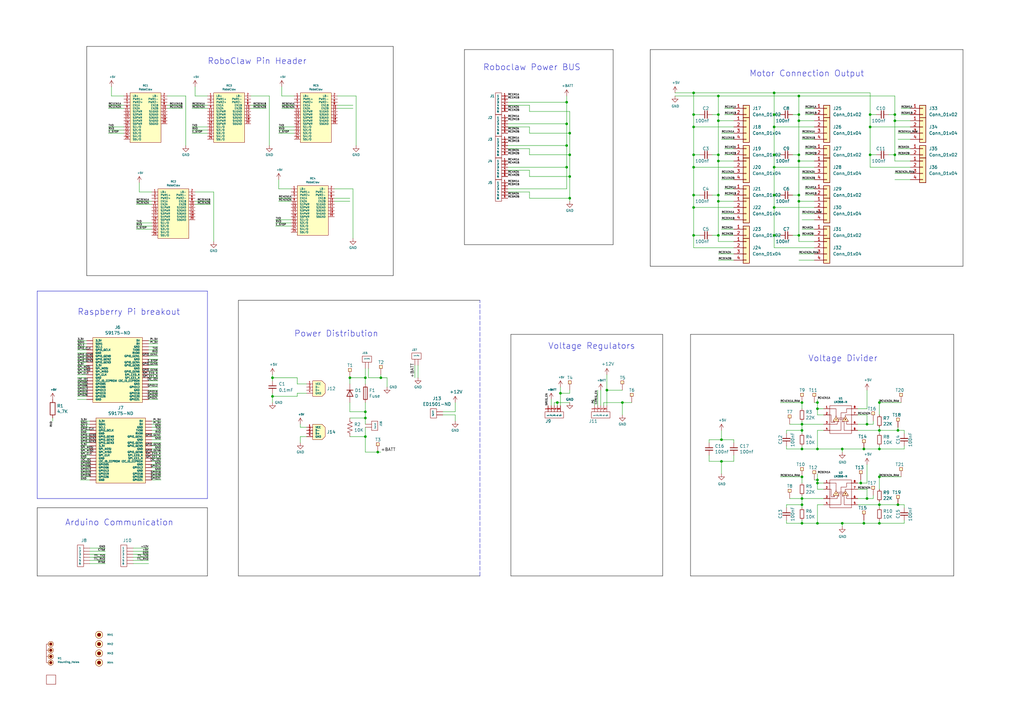
<source format=kicad_sch>
(kicad_sch (version 20211123) (generator eeschema)
  (paper "A3")
  (junction (at 284.48 52.07))
  (junction (at 149.86 154.94))
  (junction (at 356.87 63.5))
  (junction (at 335.28 214.63))
  (junction (at 355.6 173.99))
  (junction (at 154.94 185.42))
  (junction (at 317.5 38.1))
  (junction (at 295.91 180.34))
  (junction (at 354.33 214.63))
  (junction (at 284.48 38.1))
  (junction (at 327.66 46.99))
  (junction (at 360.68 214.63))
  (junction (at 360.68 176.53))
  (junction (at 327.66 80.01))
  (junction (at 360.68 195.58))
  (junction (at 367.03 46.99))
  (junction (at 328.93 176.53))
  (junction (at 353.06 198.12))
  (junction (at 149.86 168.91))
  (junction (at 335.28 184.15))
  (junction (at 233.68 63.5))
  (junction (at 360.68 184.15))
  (junction (at 345.44 184.15))
  (junction (at 367.03 63.5))
  (junction (at 294.64 63.5))
  (junction (at 356.87 52.07))
  (junction (at 284.48 68.58))
  (junction (at 317.5 52.07))
  (junction (at 156.21 154.94))
  (junction (at 284.48 85.09))
  (junction (at 294.64 80.01))
  (junction (at 143.51 154.94))
  (junction (at 255.27 165.1))
  (junction (at 317.5 96.52))
  (junction (at 284.48 46.99))
  (junction (at 317.5 80.01))
  (junction (at 149.86 179.07))
  (junction (at 232.41 59.69))
  (junction (at 317.5 63.5))
  (junction (at 294.64 39.37))
  (junction (at 327.66 63.5))
  (junction (at 328.93 207.01))
  (junction (at 345.44 214.63))
  (junction (at 248.92 160.02))
  (junction (at 294.64 49.53))
  (junction (at 328.93 165.1))
  (junction (at 232.41 41.91))
  (junction (at 233.68 54.61))
  (junction (at 294.64 66.04))
  (junction (at 327.66 66.04))
  (junction (at 295.91 189.23))
  (junction (at 232.41 50.8))
  (junction (at 233.68 81.28))
  (junction (at 233.68 72.39))
  (junction (at 327.66 49.53))
  (junction (at 355.6 204.47))
  (junction (at 327.66 39.37))
  (junction (at 232.41 68.58))
  (junction (at 327.66 96.52))
  (junction (at 354.33 184.15))
  (junction (at 335.28 165.1))
  (junction (at 328.93 173.99))
  (junction (at 284.48 63.5))
  (junction (at 328.93 184.15))
  (junction (at 111.76 162.56))
  (junction (at 360.68 165.1))
  (junction (at 317.5 68.58))
  (junction (at 360.68 207.01))
  (junction (at 284.48 80.01))
  (junction (at 229.87 161.29))
  (junction (at 367.03 49.53))
  (junction (at 328.93 195.58))
  (junction (at 294.64 46.99))
  (junction (at 327.66 82.55))
  (junction (at 228.6 165.1))
  (junction (at 368.3 207.01))
  (junction (at 356.87 46.99))
  (junction (at 328.93 214.63))
  (junction (at 294.64 82.55))
  (junction (at 294.64 96.52))
  (junction (at 335.28 198.12))
  (junction (at 111.76 154.94))
  (junction (at 335.28 196.85))
  (junction (at 335.28 167.64))
  (junction (at 328.93 204.47))
  (junction (at 368.3 176.53))
  (junction (at 284.48 96.52))
  (junction (at 317.5 85.09))
  (junction (at 317.5 46.99))
  (junction (at 149.86 171.45))
  (wire (pts (xy 217.17 45.72) (xy 233.68 45.72)))
  (wire (pts (xy 156.21 154.94) (xy 158.75 154.94)))
  (wire (pts (xy 233.68 54.61) (xy 233.68 63.5)))
  (wire (pts (xy 292.1 80.01) (xy 294.64 80.01)))
  (wire (pts (xy 355.6 204.47) (xy 351.79 204.47)))
  (wire (pts (xy 284.48 96.52) (xy 287.02 96.52)))
  (wire (pts (xy 66.04 195.58) (xy 62.23 195.58)))
  (wire (pts (xy 284.48 52.07) (xy 300.99 52.07)))
  (wire (pts (xy 317.5 46.99) (xy 317.5 52.07)))
  (wire (pts (xy 64.77 162.56) (xy 60.96 162.56)))
  (wire (pts (xy 284.48 46.99) (xy 284.48 52.07)))
  (wire (pts (xy 295.91 176.53) (xy 295.91 180.34)))
  (wire (pts (xy 186.69 165.1) (xy 186.69 168.91)))
  (wire (pts (xy 54.61 224.79) (xy 60.96 224.79)))
  (wire (pts (xy 328.93 176.53) (xy 322.58 176.53)))
  (wire (pts (xy 360.68 176.53) (xy 360.68 177.8)))
  (wire (pts (xy 66.04 189.23) (xy 62.23 189.23)))
  (wire (pts (xy 328.93 165.1) (xy 328.93 167.64)))
  (polyline (pts (xy 209.55 236.22) (xy 209.55 137.16)) (stroke (width 0) (type solid) (color 0 0 0 1)))
  (wire (pts (xy 327.66 39.37) (xy 367.03 39.37)))
  (wire (pts (xy 232.41 39.37) (xy 232.41 41.91)))
  (wire (pts (xy 36.83 195.58) (xy 33.02 195.58)))
  (wire (pts (xy 233.68 165.1) (xy 228.6 165.1)))
  (wire (pts (xy 119.38 90.17) (xy 113.03 90.17)))
  (wire (pts (xy 328.93 213.36) (xy 328.93 214.63)))
  (wire (pts (xy 35.56 142.24) (xy 31.75 142.24)))
  (wire (pts (xy 367.03 71.12) (xy 373.38 71.12)))
  (wire (pts (xy 66.04 180.34) (xy 62.23 180.34)))
  (wire (pts (xy 35.56 147.32) (xy 31.75 147.32)))
  (wire (pts (xy 64.77 157.48) (xy 60.96 157.48)))
  (wire (pts (xy 181.61 170.18) (xy 186.69 170.18)))
  (polyline (pts (xy 85.09 119.38) (xy 85.09 204.47)) (stroke (width 0) (type solid)))
  (wire (pts (xy 146.05 39.37) (xy 146.05 59.69)))
  (wire (pts (xy 217.17 60.96) (xy 217.17 63.5)))
  (wire (pts (xy 102.87 43.18) (xy 109.22 43.18)))
  (wire (pts (xy 50.8 53.34) (xy 44.45 53.34)))
  (wire (pts (xy 36.83 224.79) (xy 43.18 224.79)))
  (wire (pts (xy 297.18 77.47) (xy 300.99 77.47)))
  (wire (pts (xy 208.28 60.96) (xy 217.17 60.96)))
  (wire (pts (xy 233.68 72.39) (xy 233.68 81.28)))
  (wire (pts (xy 149.86 151.13) (xy 149.86 154.94)))
  (wire (pts (xy 217.17 52.07) (xy 217.17 54.61)))
  (wire (pts (xy 330.2 63.5) (xy 334.01 63.5)))
  (wire (pts (xy 50.8 54.61) (xy 44.45 54.61)))
  (wire (pts (xy 364.49 46.99) (xy 367.03 46.99)))
  (wire (pts (xy 328.93 203.2) (xy 328.93 204.47)))
  (wire (pts (xy 208.28 41.91) (xy 232.41 41.91)))
  (wire (pts (xy 367.03 46.99) (xy 367.03 49.53)))
  (wire (pts (xy 120.65 54.61) (xy 114.3 54.61)))
  (wire (pts (xy 290.83 186.69) (xy 290.83 189.23)))
  (wire (pts (xy 64.77 160.02) (xy 60.96 160.02)))
  (wire (pts (xy 317.5 63.5) (xy 317.5 68.58)))
  (polyline (pts (xy 394.97 109.22) (xy 266.7 109.22)) (stroke (width 0) (type solid) (color 0 0 0 1)))
  (wire (pts (xy 370.84 213.36) (xy 370.84 214.63)))
  (wire (pts (xy 300.99 101.6) (xy 284.48 101.6)))
  (wire (pts (xy 186.69 170.18) (xy 186.69 172.72)))
  (wire (pts (xy 115.57 35.56) (xy 115.57 39.37)))
  (wire (pts (xy 246.38 160.02) (xy 246.38 166.37)))
  (wire (pts (xy 217.17 81.28) (xy 233.68 81.28)))
  (wire (pts (xy 345.44 214.63) (xy 335.28 214.63)))
  (wire (pts (xy 64.77 142.24) (xy 60.96 142.24)))
  (wire (pts (xy 36.83 176.53) (xy 33.02 176.53)))
  (wire (pts (xy 327.66 80.01) (xy 327.66 82.55)))
  (wire (pts (xy 45.72 39.37) (xy 50.8 39.37)))
  (wire (pts (xy 360.68 213.36) (xy 360.68 214.63)))
  (polyline (pts (xy 161.29 19.05) (xy 161.29 113.03)) (stroke (width 0) (type solid) (color 0 0 0 1)))
  (wire (pts (xy 85.09 52.07) (xy 78.74 52.07)))
  (wire (pts (xy 64.77 163.83) (xy 60.96 163.83)))
  (wire (pts (xy 217.17 54.61) (xy 233.68 54.61)))
  (wire (pts (xy 171.45 149.86) (xy 171.45 154.94)))
  (wire (pts (xy 367.03 49.53) (xy 367.03 63.5)))
  (wire (pts (xy 36.83 193.04) (xy 33.02 193.04)))
  (wire (pts (xy 226.06 163.83) (xy 226.06 166.37)))
  (wire (pts (xy 355.6 198.12) (xy 353.06 198.12)))
  (wire (pts (xy 66.04 196.85) (xy 62.23 196.85)))
  (wire (pts (xy 328.93 90.17) (xy 334.01 90.17)))
  (polyline (pts (xy 35.56 19.05) (xy 161.29 19.05)) (stroke (width 0) (type solid) (color 0 0 0 1)))
  (wire (pts (xy 322.58 182.88) (xy 322.58 184.15)))
  (wire (pts (xy 36.83 180.34) (xy 33.02 180.34)))
  (wire (pts (xy 322.58 176.53) (xy 322.58 177.8)))
  (wire (pts (xy 369.57 44.45) (xy 373.38 44.45)))
  (wire (pts (xy 297.18 63.5) (xy 300.99 63.5)))
  (wire (pts (xy 125.73 161.29) (xy 121.92 161.29)))
  (wire (pts (xy 328.93 173.99) (xy 328.93 176.53)))
  (wire (pts (xy 66.04 185.42) (xy 62.23 185.42)))
  (polyline (pts (xy 394.97 20.32) (xy 394.97 109.22)) (stroke (width 0) (type solid) (color 0 0 0 1)))
  (wire (pts (xy 115.57 43.18) (xy 120.65 43.18)))
  (wire (pts (xy 36.83 228.6) (xy 43.18 228.6)))
  (polyline (pts (xy 271.78 236.22) (xy 209.55 236.22)) (stroke (width 0) (type solid) (color 0 0 0 1)))
  (wire (pts (xy 232.41 68.58) (xy 232.41 77.47)))
  (wire (pts (xy 328.93 173.99) (xy 323.85 173.99)))
  (polyline (pts (xy 251.46 20.32) (xy 190.5 20.32)) (stroke (width 0) (type solid) (color 0 0 0 1)))
  (wire (pts (xy 328.93 195.58) (xy 328.93 198.12)))
  (wire (pts (xy 373.38 68.58) (xy 356.87 68.58)))
  (wire (pts (xy 327.66 49.53) (xy 327.66 63.5)))
  (wire (pts (xy 66.04 172.72) (xy 62.23 172.72)))
  (wire (pts (xy 35.56 158.75) (xy 31.75 158.75)))
  (wire (pts (xy 322.58 207.01) (xy 322.58 208.28)))
  (wire (pts (xy 170.18 149.86) (xy 170.18 154.94)))
  (wire (pts (xy 36.83 182.88) (xy 33.02 182.88)))
  (wire (pts (xy 284.48 38.1) (xy 317.5 38.1)))
  (wire (pts (xy 337.82 176.53) (xy 335.28 176.53)))
  (wire (pts (xy 138.43 43.18) (xy 144.78 43.18)))
  (wire (pts (xy 149.86 154.94) (xy 149.86 157.48)))
  (wire (pts (xy 255.27 165.1) (xy 255.27 170.18)))
  (wire (pts (xy 328.93 207.01) (xy 322.58 207.01)))
  (polyline (pts (xy 85.09 208.28) (xy 15.24 208.28)) (stroke (width 0) (type solid) (color 0 0 0 1)))
  (wire (pts (xy 111.76 165.1) (xy 111.76 162.56)))
  (wire (pts (xy 255.27 165.1) (xy 259.08 165.1)))
  (polyline (pts (xy 15.24 208.28) (xy 15.24 236.22)) (stroke (width 0) (type solid) (color 0 0 0 1)))
  (wire (pts (xy 328.93 204.47) (xy 328.93 207.01)))
  (wire (pts (xy 322.58 213.36) (xy 322.58 214.63)))
  (wire (pts (xy 227.33 166.37) (xy 227.33 165.1)))
  (wire (pts (xy 345.44 215.9) (xy 345.44 214.63)))
  (wire (pts (xy 228.6 165.1) (xy 228.6 166.37)))
  (wire (pts (xy 36.83 226.06) (xy 43.18 226.06)))
  (polyline (pts (xy 271.78 137.16) (xy 271.78 236.22)) (stroke (width 0) (type solid) (color 0 0 0 1)))
  (wire (pts (xy 44.45 43.18) (xy 50.8 43.18)))
  (wire (pts (xy 36.83 179.07) (xy 33.02 179.07)))
  (wire (pts (xy 335.28 200.66) (xy 337.82 200.66)))
  (wire (pts (xy 368.3 207.01) (xy 370.84 207.01)))
  (wire (pts (xy 233.68 161.29) (xy 233.68 160.02)))
  (wire (pts (xy 327.66 63.5) (xy 327.66 66.04)))
  (wire (pts (xy 208.28 52.07) (xy 217.17 52.07)))
  (wire (pts (xy 368.3 54.61) (xy 373.38 54.61)))
  (wire (pts (xy 284.48 85.09) (xy 284.48 96.52)))
  (wire (pts (xy 229.87 158.75) (xy 229.87 161.29)))
  (polyline (pts (xy 251.46 100.33) (xy 251.46 20.32)) (stroke (width 0) (type solid) (color 0 0 0 1)))
  (wire (pts (xy 368.3 176.53) (xy 360.68 176.53)))
  (wire (pts (xy 287.02 80.01) (xy 284.48 80.01)))
  (wire (pts (xy 345.44 184.15) (xy 335.28 184.15)))
  (wire (pts (xy 36.83 177.8) (xy 33.02 177.8)))
  (wire (pts (xy 78.74 43.18) (xy 85.09 43.18)))
  (wire (pts (xy 356.87 52.07) (xy 373.38 52.07)))
  (wire (pts (xy 334.01 99.06) (xy 327.66 99.06)))
  (wire (pts (xy 367.03 63.5) (xy 367.03 66.04)))
  (wire (pts (xy 151.13 154.94) (xy 156.21 154.94)))
  (wire (pts (xy 360.68 175.26) (xy 360.68 176.53)))
  (wire (pts (xy 325.12 80.01) (xy 327.66 80.01)))
  (wire (pts (xy 328.93 57.15) (xy 334.01 57.15)))
  (wire (pts (xy 351.79 176.53) (xy 360.68 176.53)))
  (wire (pts (xy 335.28 196.85) (xy 335.28 194.31)))
  (wire (pts (xy 208.28 50.8) (xy 232.41 50.8)))
  (polyline (pts (xy 35.56 19.05) (xy 35.56 113.03)) (stroke (width 0) (type solid) (color 0 0 0 1)))
  (wire (pts (xy 45.72 35.56) (xy 45.72 39.37)))
  (wire (pts (xy 233.68 81.28) (xy 233.68 82.55)))
  (wire (pts (xy 54.61 228.6) (xy 60.96 228.6)))
  (wire (pts (xy 317.5 68.58) (xy 334.01 68.58)))
  (wire (pts (xy 373.38 66.04) (xy 367.03 66.04)))
  (wire (pts (xy 35.56 161.29) (xy 31.75 161.29)))
  (wire (pts (xy 295.91 54.61) (xy 300.99 54.61)))
  (wire (pts (xy 36.83 194.31) (xy 33.02 194.31)))
  (wire (pts (xy 44.45 44.45) (xy 50.8 44.45)))
  (wire (pts (xy 320.04 46.99) (xy 317.5 46.99)))
  (wire (pts (xy 328.93 54.61) (xy 334.01 54.61)))
  (wire (pts (xy 325.12 63.5) (xy 327.66 63.5)))
  (wire (pts (xy 328.93 71.12) (xy 334.01 71.12)))
  (wire (pts (xy 367.03 49.53) (xy 373.38 49.53)))
  (wire (pts (xy 217.17 69.85) (xy 217.17 72.39)))
  (wire (pts (xy 62.23 92.71) (xy 55.88 92.71)))
  (wire (pts (xy 330.2 44.45) (xy 334.01 44.45)))
  (wire (pts (xy 36.83 186.69) (xy 33.02 186.69)))
  (wire (pts (xy 328.93 184.15) (xy 335.28 184.15)))
  (wire (pts (xy 327.66 66.04) (xy 327.66 80.01)))
  (wire (pts (xy 294.64 80.01) (xy 294.64 82.55)))
  (wire (pts (xy 355.6 173.99) (xy 358.14 173.99)))
  (wire (pts (xy 35.56 160.02) (xy 31.75 160.02)))
  (wire (pts (xy 35.56 156.21) (xy 31.75 156.21)))
  (wire (pts (xy 35.56 153.67) (xy 31.75 153.67)))
  (wire (pts (xy 66.04 190.5) (xy 62.23 190.5)))
  (wire (pts (xy 64.77 152.4) (xy 60.96 152.4)))
  (wire (pts (xy 36.83 172.72) (xy 33.02 172.72)))
  (wire (pts (xy 36.83 185.42) (xy 33.02 185.42)))
  (wire (pts (xy 356.87 38.1) (xy 356.87 46.99)))
  (wire (pts (xy 36.83 231.14) (xy 43.18 231.14)))
  (wire (pts (xy 255.27 160.02) (xy 248.92 160.02)))
  (wire (pts (xy 337.82 204.47) (xy 328.93 204.47)))
  (wire (pts (xy 327.66 104.14) (xy 334.01 104.14)))
  (wire (pts (xy 328.93 182.88) (xy 328.93 184.15)))
  (wire (pts (xy 355.6 200.66) (xy 355.6 204.47)))
  (wire (pts (xy 245.11 160.02) (xy 245.11 166.37)))
  (wire (pts (xy 66.04 184.15) (xy 62.23 184.15)))
  (wire (pts (xy 355.6 170.18) (xy 355.6 173.99)))
  (wire (pts (xy 284.48 38.1) (xy 284.48 46.99)))
  (wire (pts (xy 300.99 180.34) (xy 295.91 180.34)))
  (wire (pts (xy 351.79 200.66) (xy 355.6 200.66)))
  (wire (pts (xy 300.99 99.06) (xy 294.64 99.06)))
  (wire (pts (xy 111.76 153.67) (xy 111.76 154.94)))
  (wire (pts (xy 57.15 74.93) (xy 57.15 78.74)))
  (wire (pts (xy 64.77 158.75) (xy 60.96 158.75)))
  (wire (pts (xy 66.04 193.04) (xy 62.23 193.04)))
  (wire (pts (xy 325.12 96.52) (xy 327.66 96.52)))
  (wire (pts (xy 317.5 38.1) (xy 356.87 38.1)))
  (wire (pts (xy 295.91 90.17) (xy 300.99 90.17)))
  (wire (pts (xy 149.86 168.91) (xy 149.86 165.1)))
  (wire (pts (xy 368.3 63.5) (xy 373.38 63.5)))
  (wire (pts (xy 360.68 182.88) (xy 360.68 184.15)))
  (wire (pts (xy 297.18 60.96) (xy 300.99 60.96)))
  (wire (pts (xy 62.23 91.44) (xy 55.88 91.44)))
  (wire (pts (xy 137.16 77.47) (xy 144.78 77.47)))
  (wire (pts (xy 294.64 96.52) (xy 294.64 99.06)))
  (wire (pts (xy 66.04 181.61) (xy 62.23 181.61)))
  (wire (pts (xy 125.73 179.07) (xy 123.19 179.07)))
  (wire (pts (xy 232.41 59.69) (xy 232.41 68.58)))
  (wire (pts (xy 295.91 96.52) (xy 300.99 96.52)))
  (wire (pts (xy 294.64 82.55) (xy 300.99 82.55)))
  (wire (pts (xy 335.28 167.64) (xy 335.28 170.18)))
  (polyline (pts (xy 190.5 100.33) (xy 251.46 100.33)) (stroke (width 0) (type solid) (color 0 0 0 1)))
  (wire (pts (xy 353.06 198.12) (xy 351.79 198.12)))
  (wire (pts (xy 294.64 66.04) (xy 294.64 80.01)))
  (wire (pts (xy 337.82 173.99) (xy 328.93 173.99)))
  (wire (pts (xy 119.38 92.71) (xy 113.03 92.71)))
  (wire (pts (xy 55.88 82.55) (xy 62.23 82.55)))
  (wire (pts (xy 317.5 52.07) (xy 334.01 52.07)))
  (wire (pts (xy 353.06 196.85) (xy 353.06 198.12)))
  (wire (pts (xy 36.83 190.5) (xy 33.02 190.5)))
  (wire (pts (xy 330.2 46.99) (xy 334.01 46.99)))
  (wire (pts (xy 328.93 96.52) (xy 334.01 96.52)))
  (wire (pts (xy 64.77 140.97) (xy 60.96 140.97)))
  (wire (pts (xy 328.93 87.63) (xy 334.01 87.63)))
  (wire (pts (xy 295.91 189.23) (xy 295.91 194.31)))
  (wire (pts (xy 276.86 38.1) (xy 284.48 38.1)))
  (wire (pts (xy 360.68 195.58) (xy 360.68 194.31)))
  (wire (pts (xy 335.28 207.01) (xy 335.28 214.63)))
  (wire (pts (xy 328.93 93.98) (xy 334.01 93.98)))
  (wire (pts (xy 355.6 204.47) (xy 358.14 204.47)))
  (wire (pts (xy 320.04 63.5) (xy 317.5 63.5)))
  (wire (pts (xy 327.66 82.55) (xy 334.01 82.55)))
  (wire (pts (xy 87.63 78.74) (xy 87.63 99.06)))
  (wire (pts (xy 35.56 154.94) (xy 31.75 154.94)))
  (wire (pts (xy 35.56 139.7) (xy 31.75 139.7)))
  (wire (pts (xy 233.68 63.5) (xy 233.68 72.39)))
  (wire (pts (xy 367.03 73.66) (xy 373.38 73.66)))
  (wire (pts (xy 54.61 226.06) (xy 60.96 226.06)))
  (wire (pts (xy 62.23 93.98) (xy 55.88 93.98)))
  (wire (pts (xy 64.77 148.59) (xy 60.96 148.59)))
  (wire (pts (xy 36.83 191.77) (xy 33.02 191.77)))
  (wire (pts (xy 149.86 179.07) (xy 149.86 185.42)))
  (wire (pts (xy 294.64 49.53) (xy 300.99 49.53)))
  (wire (pts (xy 66.04 177.8) (xy 62.23 177.8)))
  (polyline (pts (xy 391.16 137.16) (xy 283.21 137.16)) (stroke (width 0) (type solid) (color 0 0 0 1)))
  (wire (pts (xy 68.58 39.37) (xy 76.2 39.37)))
  (wire (pts (xy 248.92 160.02) (xy 248.92 153.67)))
  (wire (pts (xy 64.77 153.67) (xy 60.96 153.67)))
  (wire (pts (xy 36.83 173.99) (xy 33.02 173.99)))
  (wire (pts (xy 297.18 46.99) (xy 300.99 46.99)))
  (wire (pts (xy 356.87 63.5) (xy 356.87 68.58)))
  (wire (pts (xy 360.68 207.01) (xy 360.68 208.28)))
  (wire (pts (xy 232.41 41.91) (xy 232.41 50.8)))
  (wire (pts (xy 66.04 175.26) (xy 62.23 175.26)))
  (wire (pts (xy 370.84 184.15) (xy 360.68 184.15)))
  (wire (pts (xy 360.68 165.1) (xy 360.68 163.83)))
  (wire (pts (xy 294.64 46.99) (xy 294.64 49.53)))
  (wire (pts (xy 217.17 43.18) (xy 217.17 45.72)))
  (wire (pts (xy 36.83 184.15) (xy 33.02 184.15)))
  (polyline (pts (xy 283.21 236.22) (xy 391.16 236.22)) (stroke (width 0) (type solid) (color 0 0 0 1)))
  (wire (pts (xy 330.2 80.01) (xy 334.01 80.01)))
  (wire (pts (xy 125.73 175.26) (xy 123.19 175.26)))
  (wire (pts (xy 144.78 77.47) (xy 144.78 97.79)))
  (polyline (pts (xy 209.55 137.16) (xy 271.78 137.16)) (stroke (width 0) (type solid) (color 0 0 0 1)))
  (wire (pts (xy 284.48 96.52) (xy 284.48 101.6)))
  (wire (pts (xy 121.92 161.29) (xy 121.92 162.56)))
  (wire (pts (xy 354.33 214.63) (xy 360.68 214.63)))
  (wire (pts (xy 35.56 144.78) (xy 31.75 144.78)))
  (wire (pts (xy 227.33 165.1) (xy 228.6 165.1)))
  (wire (pts (xy 295.91 93.98) (xy 300.99 93.98)))
  (wire (pts (xy 345.44 185.42) (xy 345.44 184.15)))
  (wire (pts (xy 322.58 214.63) (xy 328.93 214.63)))
  (wire (pts (xy 334.01 165.1) (xy 335.28 165.1)))
  (wire (pts (xy 360.68 165.1) (xy 360.68 170.18)))
  (wire (pts (xy 64.77 139.7) (xy 60.96 139.7)))
  (wire (pts (xy 328.93 73.66) (xy 334.01 73.66)))
  (wire (pts (xy 123.19 179.07) (xy 123.19 181.61)))
  (wire (pts (xy 367.03 39.37) (xy 367.03 46.99)))
  (polyline (pts (xy 196.85 123.19) (xy 97.79 123.19)) (stroke (width 0) (type solid) (color 0 0 0 1)))
  (wire (pts (xy 300.99 189.23) (xy 295.91 189.23)))
  (wire (pts (xy 284.48 68.58) (xy 300.99 68.58)))
  (wire (pts (xy 55.88 83.82) (xy 62.23 83.82)))
  (wire (pts (xy 320.04 165.1) (xy 328.93 165.1)))
  (wire (pts (xy 66.04 191.77) (xy 62.23 191.77)))
  (wire (pts (xy 290.83 181.61) (xy 290.83 180.34)))
  (wire (pts (xy 295.91 71.12) (xy 300.99 71.12)))
  (wire (pts (xy 364.49 63.5) (xy 367.03 63.5)))
  (wire (pts (xy 35.56 148.59) (xy 31.75 148.59)))
  (wire (pts (xy 317.5 96.52) (xy 317.5 101.6)))
  (wire (pts (xy 317.5 80.01) (xy 317.5 85.09)))
  (wire (pts (xy 284.48 80.01) (xy 284.48 85.09)))
  (wire (pts (xy 295.91 87.63) (xy 300.99 87.63)))
  (wire (pts (xy 300.99 181.61) (xy 300.99 180.34)))
  (wire (pts (xy 54.61 229.87) (xy 60.96 229.87)))
  (wire (pts (xy 66.04 194.31) (xy 62.23 194.31)))
  (wire (pts (xy 35.56 162.56) (xy 31.75 162.56)))
  (wire (pts (xy 294.64 49.53) (xy 294.64 63.5)))
  (wire (pts (xy 355.6 190.5) (xy 355.6 198.12)))
  (wire (pts (xy 76.2 39.37) (xy 76.2 59.69)))
  (wire (pts (xy 181.61 168.91) (xy 186.69 168.91)))
  (wire (pts (xy 64.77 149.86) (xy 60.96 149.86)))
  (wire (pts (xy 35.56 143.51) (xy 31.75 143.51)))
  (wire (pts (xy 370.84 182.88) (xy 370.84 184.15)))
  (wire (pts (xy 370.84 207.01) (xy 370.84 208.28)))
  (polyline (pts (xy 266.7 109.22) (xy 266.7 20.32)) (stroke (width 0) (type solid) (color 0 0 0 1)))
  (polyline (pts (xy 15.24 119.38) (xy 85.09 119.38)) (stroke (width 0) (type solid)))
  (wire (pts (xy 320.04 195.58) (xy 328.93 195.58)))
  (wire (pts (xy 119.38 91.44) (xy 113.03 91.44)))
  (wire (pts (xy 317.5 38.1) (xy 317.5 46.99)))
  (wire (pts (xy 50.8 52.07) (xy 44.45 52.07)))
  (wire (pts (xy 356.87 52.07) (xy 356.87 63.5)))
  (wire (pts (xy 292.1 46.99) (xy 294.64 46.99)))
  (wire (pts (xy 78.74 44.45) (xy 85.09 44.45)))
  (wire (pts (xy 208.28 59.69) (xy 232.41 59.69)))
  (wire (pts (xy 300.99 186.69) (xy 300.99 189.23)))
  (wire (pts (xy 320.04 80.01) (xy 317.5 80.01)))
  (wire (pts (xy 335.28 165.1) (xy 335.28 163.83)))
  (polyline (pts (xy 283.21 137.16) (xy 283.21 236.22)) (stroke (width 0) (type solid) (color 0 0 0 1)))
  (wire (pts (xy 287.02 63.5) (xy 284.48 63.5)))
  (wire (pts (xy 114.3 81.28) (xy 119.38 81.28)))
  (wire (pts (xy 64.77 146.05) (xy 60.96 146.05)))
  (wire (pts (xy 233.68 45.72) (xy 233.68 54.61)))
  (wire (pts (xy 368.3 175.26) (xy 368.3 176.53)))
  (wire (pts (xy 359.41 46.99) (xy 356.87 46.99)))
  (wire (pts (xy 35.56 151.13) (xy 31.75 151.13)))
  (wire (pts (xy 247.65 165.1) (xy 255.27 165.1)))
  (wire (pts (xy 290.83 180.34) (xy 295.91 180.34)))
  (wire (pts (xy 54.61 231.14) (xy 60.96 231.14)))
  (wire (pts (xy 358.14 173.99) (xy 358.14 172.72)))
  (wire (pts (xy 123.19 175.26) (xy 123.19 173.99)))
  (wire (pts (xy 317.5 68.58) (xy 317.5 80.01)))
  (wire (pts (xy 111.76 154.94) (xy 121.92 154.94)))
  (wire (pts (xy 137.16 81.28) (xy 143.51 81.28)))
  (wire (pts (xy 325.12 46.99) (xy 327.66 46.99)))
  (wire (pts (xy 323.85 204.47) (xy 328.93 204.47)))
  (wire (pts (xy 66.04 187.96) (xy 62.23 187.96)))
  (wire (pts (xy 327.66 39.37) (xy 327.66 46.99)))
  (wire (pts (xy 360.68 205.74) (xy 360.68 207.01)))
  (wire (pts (xy 330.2 77.47) (xy 334.01 77.47)))
  (wire (pts (xy 335.28 196.85) (xy 334.01 196.85)))
  (wire (pts (xy 66.04 173.99) (xy 62.23 173.99)))
  (wire (pts (xy 345.44 184.15) (xy 354.33 184.15)))
  (wire (pts (xy 360.68 165.1) (xy 369.57 165.1)))
  (polyline (pts (xy 196.85 236.22) (xy 196.85 123.19)))
  (wire (pts (xy 327.66 66.04) (xy 334.01 66.04)))
  (wire (pts (xy 356.87 63.5) (xy 359.41 63.5)))
  (wire (pts (xy 120.65 52.07) (xy 114.3 52.07)))
  (wire (pts (xy 149.86 171.45) (xy 149.86 173.99)))
  (wire (pts (xy 351.79 167.64) (xy 355.6 167.64)))
  (wire (pts (xy 335.28 170.18) (xy 337.82 170.18)))
  (wire (pts (xy 327.66 82.55) (xy 327.66 96.52)))
  (wire (pts (xy 345.44 214.63) (xy 354.33 214.63)))
  (wire (pts (xy 121.92 154.94) (xy 121.92 157.48)))
  (wire (pts (xy 294.64 63.5) (xy 294.64 66.04)))
  (polyline (pts (xy 391.16 236.22) (xy 391.16 137.16)) (stroke (width 0) (type solid) (color 0 0 0 1)))
  (wire (pts (xy 208.28 78.74) (xy 217.17 78.74)))
  (wire (pts (xy 143.51 168.91) (xy 149.86 168.91)))
  (wire (pts (xy 337.82 167.64) (xy 335.28 167.64)))
  (wire (pts (xy 64.77 143.51) (xy 60.96 143.51)))
  (polyline (pts (xy 85.09 204.47) (xy 15.24 204.47)) (stroke (width 0) (type solid)))
  (wire (pts (xy 120.65 53.34) (xy 114.3 53.34)))
  (wire (pts (xy 328.93 207.01) (xy 328.93 208.28)))
  (wire (pts (xy 114.3 82.55) (xy 119.38 82.55)))
  (wire (pts (xy 328.93 172.72) (xy 328.93 173.99)))
  (wire (pts (xy 334.01 101.6) (xy 317.5 101.6)))
  (wire (pts (xy 217.17 78.74) (xy 217.17 81.28)))
  (wire (pts (xy 335.28 198.12) (xy 335.28 196.85)))
  (polyline (pts (xy 35.56 113.03) (xy 161.29 113.03)) (stroke (width 0) (type solid) (color 0 0 0 1)))
  (wire (pts (xy 121.92 157.48) (xy 125.73 157.48)))
  (wire (pts (xy 21.59 171.45) (xy 21.59 172.72)))
  (wire (pts (xy 294.64 82.55) (xy 294.64 96.52)))
  (wire (pts (xy 115.57 44.45) (xy 120.65 44.45)))
  (polyline (pts (xy 97.79 236.22) (xy 196.85 236.22)) (stroke (width 0) (type solid) (color 0 0 0 1)))
  (wire (pts (xy 85.09 53.34) (xy 78.74 53.34)))
  (polyline (pts (xy 15.24 204.47) (xy 15.24 119.38)) (stroke (width 0) (type solid)))
  (wire (pts (xy 115.57 39.37) (xy 120.65 39.37)))
  (wire (pts (xy 217.17 72.39) (xy 233.68 72.39)))
  (wire (pts (xy 64.77 156.21) (xy 60.96 156.21)))
  (wire (pts (xy 284.48 52.07) (xy 284.48 63.5)))
  (wire (pts (xy 368.3 176.53) (xy 370.84 176.53)))
  (wire (pts (xy 143.51 165.1) (xy 143.51 168.91)))
  (wire (pts (xy 297.18 80.01) (xy 300.99 80.01)))
  (wire (pts (xy 36.83 229.87) (xy 43.18 229.87)))
  (wire (pts (xy 35.56 149.86) (xy 31.75 149.86)))
  (wire (pts (xy 284.48 85.09) (xy 300.99 85.09)))
  (wire (pts (xy 36.83 227.33) (xy 43.18 227.33)))
  (wire (pts (xy 369.57 46.99) (xy 373.38 46.99)))
  (wire (pts (xy 328.93 176.53) (xy 328.93 177.8)))
  (wire (pts (xy 287.02 46.99) (xy 284.48 46.99)))
  (wire (pts (xy 294.64 39.37) (xy 294.64 46.99)))
  (wire (pts (xy 294.64 104.14) (xy 300.99 104.14)))
  (wire (pts (xy 294.64 66.04) (xy 300.99 66.04)))
  (wire (pts (xy 143.51 171.45) (xy 149.86 171.45)))
  (wire (pts (xy 114.3 77.47) (xy 119.38 77.47)))
  (wire (pts (xy 111.76 154.94) (xy 111.76 156.21)))
  (wire (pts (xy 35.56 146.05) (xy 31.75 146.05)))
  (wire (pts (xy 138.43 44.45) (xy 144.78 44.45)))
  (wire (pts (xy 229.87 161.29) (xy 229.87 166.37)))
  (wire (pts (xy 102.87 44.45) (xy 109.22 44.45)))
  (wire (pts (xy 111.76 162.56) (xy 111.76 161.29)))
  (wire (pts (xy 295.91 73.66) (xy 300.99 73.66)))
  (wire (pts (xy 110.49 39.37) (xy 110.49 59.69)))
  (wire (pts (xy 64.77 147.32) (xy 60.96 147.32)))
  (wire (pts (xy 66.04 179.07) (xy 62.23 179.07)))
  (wire (pts (xy 247.65 165.1) (xy 247.65 166.37)))
  (wire (pts (xy 232.41 50.8) (xy 232.41 59.69)))
  (wire (pts (xy 208.28 69.85) (xy 217.17 69.85)))
  (wire (pts (xy 360.68 195.58) (xy 369.57 195.58)))
  (wire (pts (xy 292.1 96.52) (xy 294.64 96.52)))
  (wire (pts (xy 330.2 60.96) (xy 334.01 60.96)))
  (wire (pts (xy 149.86 185.42) (xy 154.94 185.42)))
  (wire (pts (xy 35.56 152.4) (xy 31.75 152.4)))
  (polyline (pts (xy 15.24 236.22) (xy 85.09 236.22)) (stroke (width 0) (type solid) (color 0 0 0 1)))
  (wire (pts (xy 360.68 195.58) (xy 360.68 200.66)))
  (wire (pts (xy 370.84 176.53) (xy 370.84 177.8)))
  (wire (pts (xy 80.01 35.56) (xy 80.01 39.37)))
  (wire (pts (xy 114.3 73.66) (xy 114.3 77.47)))
  (wire (pts (xy 68.58 43.18) (xy 74.93 43.18)))
  (wire (pts (xy 317.5 85.09) (xy 317.5 96.52)))
  (wire (pts (xy 137.16 82.55) (xy 143.51 82.55)))
  (wire (pts (xy 64.77 154.94) (xy 60.96 154.94)))
  (wire (pts (xy 36.83 175.26) (xy 33.02 175.26)))
  (wire (pts (xy 102.87 39.37) (xy 110.49 39.37)))
  (wire (pts (xy 143.51 154.94) (xy 143.51 157.48)))
  (wire (pts (xy 64.77 144.78) (xy 60.96 144.78)))
  (wire (pts (xy 149.86 168.91) (xy 149.86 171.45)))
  (wire (pts (xy 327.66 106.68) (xy 334.01 106.68)))
  (wire (pts (xy 54.61 227.33) (xy 60.96 227.33)))
  (wire (pts (xy 143.51 154.94) (xy 149.86 154.94)))
  (polyline (pts (xy 266.7 20.32) (xy 394.97 20.32)) (stroke (width 0) (type solid) (color 0 0 0 1)))
  (wire (pts (xy 36.83 189.23) (xy 33.02 189.23)))
  (wire (pts (xy 151.13 151.13) (xy 151.13 154.94)))
  (polyline (pts (xy 85.09 236.22) (xy 85.09 208.28)) (stroke (width 0) (type solid) (color 0 0 0 1)))
  (wire (pts (xy 284.48 68.58) (xy 284.48 80.01)))
  (wire (pts (xy 355.6 160.02) (xy 355.6 167.64)))
  (wire (pts (xy 322.58 184.15) (xy 328.93 184.15)))
  (wire (pts (xy 294.64 106.68) (xy 300.99 106.68)))
  (wire (pts (xy 351.79 170.18) (xy 355.6 170.18)))
  (wire (pts (xy 156.21 153.67) (xy 156.21 154.94)))
  (wire (pts (xy 297.18 44.45) (xy 300.99 44.45)))
  (wire (pts (xy 351.79 207.01) (xy 360.68 207.01)))
  (wire (pts (xy 36.83 187.96) (xy 33.02 187.96)))
  (wire (pts (xy 284.48 63.5) (xy 284.48 68.58)))
  (wire (pts (xy 121.92 162.56) (xy 111.76 162.56)))
  (wire (pts (xy 68.58 44.45) (xy 74.93 44.45)))
  (wire (pts (xy 295.91 57.15) (xy 300.99 57.15)))
  (wire (pts (xy 138.43 39.37) (xy 146.05 39.37)))
  (wire (pts (xy 327.66 49.53) (xy 334.01 49.53)))
  (wire (pts (xy 335.28 198.12) (xy 335.28 200.66)))
  (wire (pts (xy 36.83 181.61) (xy 33.02 181.61)))
  (wire (pts (xy 149.86 175.26) (xy 149.86 179.07)))
  (wire (pts (xy 276.86 39.37) (xy 294.64 39.37)))
  (wire (pts (xy 35.56 157.48) (xy 31.75 157.48)))
  (wire (pts (xy 328.93 214.63) (xy 335.28 214.63)))
  (wire (pts (xy 80.01 82.55) (xy 86.36 82.55)))
  (wire (pts (xy 80.01 78.74) (xy 87.63 78.74)))
  (wire (pts (xy 66.04 182.88) (xy 62.23 182.88)))
  (wire (pts (xy 143.51 179.07) (xy 149.86 179.07)))
  (wire (pts (xy 64.77 161.29) (xy 60.96 161.29)))
  (wire (pts (xy 290.83 189.23) (xy 295.91 189.23)))
  (wire (pts (xy 337.82 207.01) (xy 335.28 207.01)))
  (wire (pts (xy 85.09 54.61) (xy 78.74 54.61)))
  (wire (pts (xy 154.94 185.42) (xy 156.21 185.42)))
  (wire (pts (xy 208.28 43.18) (xy 217.17 43.18)))
  (wire (pts (xy 317.5 96.52) (xy 320.04 96.52)))
  (polyline (pts (xy 190.5 20.32) (xy 190.5 100.33)) (stroke (width 0) (type solid) (color 0 0 0 1)))
  (wire (pts (xy 370.84 214.63) (xy 360.68 214.63)))
  (wire (pts (xy 335.28 167.64) (xy 335.28 165.1)))
  (wire (pts (xy 354.33 184.15) (xy 360.68 184.15)))
  (wire (pts (xy 35.56 163.83) (xy 31.75 163.83)))
  (wire (pts (xy 80.01 83.82) (xy 86.36 83.82)))
  (wire (pts (xy 229.87 161.29) (xy 233.68 161.29)))
  (wire (pts (xy 66.04 186.69) (xy 62.23 186.69)))
  (wire (pts (xy 292.1 63.5) (xy 294.64 63.5)))
  (wire (pts (xy 354.33 213.36) (xy 354.33 214.63)))
  (wire (pts (xy 64.77 151.13) (xy 60.96 151.13)))
  (wire (pts (xy 66.04 176.53) (xy 62.23 176.53)))
  (wire (pts (xy 35.56 140.97) (xy 31.75 140.97)))
  (polyline (pts (xy 97.79 123.19) (xy 97.79 236.22)) (stroke (width 0) (type solid) (color 0 0 0 1)))
  (wire (pts (xy 57.15 78.74) (xy 62.23 78.74)))
  (wire (pts (xy 360.68 207.01) (xy 368.3 207.01)))
  (wire (pts (xy 217.17 63.5) (xy 233.68 63.5)))
  (wire (pts (xy 368.3 57.15) (xy 373.38 57.15)))
  (wire (pts (xy 294.64 39.37) (xy 327.66 39.37)))
  (wire (pts (xy 248.92 166.37) (xy 248.92 160.02)))
  (wire (pts (xy 355.6 173.99) (xy 351.79 173.99)))
  (wire (pts (xy 208.28 68.58) (xy 232.41 68.58)))
  (wire (pts (xy 358.14 204.47) (xy 358.14 203.2)))
  (wire (pts (xy 317.5 85.09) (xy 334.01 85.09)))
  (wire (pts (xy 208.28 77.47) (xy 232.41 77.47)))
  (wire (pts (xy 36.83 196.85) (xy 33.02 196.85)))
  (wire (pts (xy 327.66 46.99) (xy 327.66 49.53)))
  (wire (pts (xy 243.84 163.83) (xy 243.84 166.37)))
  (wire (pts (xy 327.66 96.52) (xy 327.66 99.06)))
  (wire (pts (xy 335.28 176.53) (xy 335.28 184.15)))
  (wire (pts (xy 317.5 52.07) (xy 317.5 63.5)))
  (wire (pts (xy 80.01 39.37) (xy 85.09 39.37)))
  (wire (pts (xy 337.82 198.12) (xy 335.28 198.12)))
  (wire (pts (xy 368.3 60.96) (xy 373.38 60.96)))
  (wire (pts (xy 356.87 46.99) (xy 356.87 52.07)))
  (wire (pts (xy 158.75 158.75) (xy 158.75 154.94)))
  (text "Voltage Regulators" (at 224.79 143.51 0) (effects (font (size 2.4892 2.4892)) (justify left bottom)))
  (text "RoboClaw Pin Header" (at 85.09 26.67 0) (effects (font (size 2.4892 2.4892)) (justify left bottom)))
  (text "Motor Connection Output" (at 307.34 31.75 0) (effects (font (size 2.4892 2.4892)) (justify left bottom)))
  (text "Arduino Communication" (at 26.67 215.9 0) (effects (font (size 2.4892 2.4892)) (justify left bottom)))
  (text "Voltage Divider" (at 331.47 148.59 0) (effects (font (size 2.4892 2.4892)) (justify left bottom)))
  (text "Raspberry Pi breakout" (at 31.75 129.54 0) (effects (font (size 2.4892 2.4892)) (justify left bottom)))
  (text "Power Distribution" (at 120.65 138.43 0) (effects (font (size 2.4892 2.4892)) (justify left bottom)))
  (text "Roboclaw Power BUS" (at 198.12 29.21 0) (effects (font (size 2.4892 2.4892)) (justify left bottom)))
  (label "RC5EN1A" (at 335.28 194.31 0) (effects (font (size 0.762 0.762))))
  (label "SPI_CLK" (at 33.02 186.69 0) (effects (font (size 0.762 0.762))))
  (label "RC5EN1A_RAW" (at 320.04 195.58 0) (effects (font (size 0.762 0.762))))
  (label "TTL_TXD" (at 43.18 228.6 180) (effects (font (size 0.762 0.762))))
  (label "RC1EN1B" (at 295.91 57.15 0) (effects (font (size 0.762 0.762))))
  (label "RC1M2A" (at 208.28 44.45 0) (effects (font (size 0.762 0.762))))
  (label "GPIO_GEN3" (at 31.75 148.59 0) (effects (font (size 0.762 0.762))))
  (label "RC5EN2A" (at 351.79 200.66 0) (effects (font (size 0.762 0.762))))
  (label "RC3EN2B" (at 109.22 44.45 180) (effects (font (size 0.762 0.762))))
  (label "RC1EN2A" (at 295.91 71.12 0) (effects (font (size 0.762 0.762))))
  (label "+12V" (at 60.96 224.79 180) (effects (font (size 0.762 0.762))))
  (label "GPI_CE1_N" (at 64.77 154.94 180) (effects (font (size 0.762 0.762))))
  (label "I2C_ID2" (at 64.77 156.21 180) (effects (font (size 0.762 0.762))))
  (label "GPIO_GEN5" (at 66.04 182.88 180) (effects (font (size 0.762 0.762))))
  (label "GPI_CE1_N" (at 66.04 187.96 180) (effects (font (size 0.762 0.762))))
  (label "GPIO_GEN2" (at 33.02 180.34 0) (effects (font (size 0.762 0.762))))
  (label "RXD" (at 55.88 92.71 0) (effects (font (size 0.762 0.762))))
  (label "+5V" (at 60.96 226.06 180) (effects (font (size 0.762 0.762))))
  (label "GPIO_GEN2" (at 31.75 147.32 0) (effects (font (size 0.762 0.762))))
  (label "RC2EN1A" (at 295.91 87.63 0) (effects (font (size 0.762 0.762))))
  (label "+BATT" (at 170.18 154.94 90))
  (label "GND" (at 60.96 227.33 180) (effects (font (size 0.762 0.762))))
  (label "TTL_RXD" (at 43.18 229.87 180) (effects (font (size 0.762 0.762))))
  (label "SPI_CEO_N" (at 66.04 186.69 180) (effects (font (size 0.762 0.762))))
  (label "RC4M2B" (at 208.28 72.39 0) (effects (font (size 0.762 0.762))))
  (label "RC3M1B" (at 330.2 46.99 0) (effects (font (size 0.762 0.762))))
  (label "RC5M2B" (at 368.3 63.5 0) (effects (font (size 0.762 0.762))))
  (label "RC4M1B" (at 330.2 80.01 0) (effects (font (size 0.762 0.762))))
  (label "RC3M2B" (at 208.28 63.5 0) (effects (font (size 0.762 0.762))))
  (label "RC5M2A" (at 368.3 60.96 0) (effects (font (size 0.762 0.762))))
  (label "PI_5V" (at 66.04 172.72 180) (effects (font (size 0.762 0.762))))
  (label "I2C_ID1" (at 31.75 156.21 0) (effects (font (size 0.762 0.762))))
  (label "RC2EN2A" (at 294.64 104.14 0) (effects (font (size 0.762 0.762))))
  (label "GPIO_GEN6" (at 66.04 185.42 180) (effects (font (size 0.762 0.762))))
  (label "RXD" (at 66.04 177.8 180) (effects (font (size 0.762 0.762))))
  (label "SCL1" (at 31.75 142.24 0) (effects (font (size 0.762 0.762))))
  (label "RC5M1B" (at 208.28 76.2 0) (effects (font (size 0.762 0.762))))
  (label "RC2EN1B" (at 295.91 90.17 0) (effects (font (size 0.762 0.762))))
  (label "RC2EN1B" (at 86.36 82.55 180) (effects (font (size 0.762 0.762))))
  (label "PI_5V" (at 64.77 139.7 180) (effects (font (size 0.762 0.762))))
  (label "RC4M2B" (at 328.93 96.52 0) (effects (font (size 0.762 0.762))))
  (label "RC4EN2A" (at 114.3 82.55 0) (effects (font (size 0.762 0.762))))
  (label "I2C_ID1" (at 33.02 189.23 0) (effects (font (size 0.762 0.762))))
  (label "GPIO_CLK" (at 33.02 176.53 0) (effects (font (size 0.762 0.762))))
  (label "GPIO26" (at 33.02 195.58 0) (effects (font (size 0.762 0.762))))
  (label "RC2M2A" (at 208.28 53.34 0) (effects (font (size 0.762 0.762))))
  (label "TXD" (at 55.88 91.44 0) (effects (font (size 0.762 0.762))))
  (label "RXD" (at 113.03 91.44 0) (effects (font (size 0.762 0.762))))
  (label "RC4EN1A" (at 335.28 163.83 0) (effects (font (size 0.762 0.762))))
  (label "GPIO20" (at 66.04 195.58 180) (effects (font (size 0.762 0.762))))
  (label "GPIO_GEN6" (at 64.77 152.4 180) (effects (font (size 0.762 0.762))))
  (label "RTS#" (at 43.18 231.14 180) (effects (font (size 0.762 0.762))))
  (label "RC3M1A" (at 208.28 57.15 0) (effects (font (size 0.762 0.762))))
  (label "RC2EN2B" (at 86.36 83.82 180) (effects (font (size 0.762 0.762))))
  (label "RC5M1B" (at 369.57 46.99 0) (effects (font (size 0.762 0.762))))
  (label "GPIO16" (at 66.04 194.31 180) (effects (font (size 0.762 0.762))))
  (label "RC2EN1A" (at 55.88 82.55 0) (effects (font (size 0.762 0.762))))
  (label "RC2EN2A" (at 55.88 83.82 0) (effects (font (size 0.762 0.762))))
  (label "GPIO19" (at 33.02 194.31 0) (effects (font (size 0.762 0.762))))
  (label "RC4M1A" (at 330.2 77.47 0) (effects (font (size 0.762 0.762))))
  (label "GPIO26" (at 31.75 162.56 0) (effects (font (size 0.762 0.762))))
  (label "GPIO13" (at 33.02 193.04 0) (effects (font (size 0.762 0.762))))
  (label "RC1M2B" (at 297.18 63.5 0) (effects (font (size 0.762 0.762))))
  (label "TTL_TXD" (at 60.96 228.6 180) (effects (font (size 0.762 0.762))))
  (label "GND" (at 33.02 196.85 0) (effects (font (size 0.762 0.762))))
  (label "GPIO_GEN3" (at 33.02 181.61 0) (effects (font (size 0.762 0.762))))
  (label "RC2M1A" (at 297.18 77.47 0) (effects (font (size 0.762 0.762))))
  (label "PI_5V" (at 64.77 140.97 180) (effects (font (size 0.762 0.762))))
  (label "RC2EN2B" (at 294.64 106.68 0) (effects (font (size 0.762 0.762))))
  (label "GND" (at 33.02 177.8 0) (effects (font (size 0.762 0.762))))
  (label "E_STOP" (at 44.45 54.61 0) (effects (font (size 0.762 0.762))))
  (label "RC3M1A" (at 330.2 44.45 0) (effects (font (size 0.762 0.762))))
  (label "12REG_EN" (at 245.11 160.02 270) (effects (font (size 0.762 0.762))))
  (label "E_STOP" (at 64.77 148.59 180) (effects (font (size 0.762 0.762))))
  (label "GND" (at 66.04 184.15 180) (effects (font (size 0.762 0.762))))
  (label "RC5M2A" (at 208.28 80.01 0) (effects (font (size 0.762 0.762))))
  (label "SDA1" (at 31.75 140.97 0) (effects (font (size 0.762 0.762))))
  (label "RC3M2A" (at 330.2 60.96 0) (effects (font (size 0.762 0.762))))
  (label "5REG_EN" (at 224.79 166.37 90) (effects (font (size 0.762 0.762))))
  (label "RC3EN1A" (at 78.74 43.18 0) (effects (font (size 0.762 0.762))))
  (label "RC4EN1A_RAW" (at 320.04 165.1 0) (effects (font (size 0.762 0.762))))
  (label "GPIO16" (at 64.77 161.29 180) (effects (font (size 0.762 0.762))))
  (label "3.3V" (at 31.75 139.7 0) (effects (font (size 0.762 0.762))))
  (label "RC3EN2B" (at 328.93 73.66 0) (effects (font (size 0.762 0.762))))
  (label "GPIO_GEN0" (at 31.75 146.05 0) (effects (font (size 0.762 0.762))))
  (label "RC1EN1A" (at 295.91 54.61 0) (effects (font (size 0.762 0.762))))
  (label "RC5EN2A_RAW" (at 360.68 195.58 0) (effects (font (size 0.762 0.762))))
  (label "PG" (at 243.84 163.83 270) (effects (font (size 0.762 0.762))))
  (label "TTL_RXD" (at 60.96 229.87 180) (effects (font (size 0.762 0.762))))
  (label "RC5EN2A_RAW" (at 367.03 71.12 0) (effects (font (size 0.762 0.762))))
  (label "GND" (at 66.04 193.04 180) (effects (font (size 0.762 0.762))))
  (label "RC5EN2A" (at 115.57 44.45 0) (effects (font (size 0.762 0.762))))
  (label "GPIO20" (at 64.77 162.56 180) (effects (font (size 0.762 0.762))))
  (label "GPIO21" (at 66.04 196.85 180) (effects (font (size 0.762 0.762))))
  (label "GPIO_GEN1" (at 66.04 179.07 180) (effects (font (size 0.762 0.762))))
  (label "RXD" (at 114.3 53.34 0) (effects (font (size 0.762 0.762))))
  (label "RC5EN1A_RAW" (at 368.3 54.61 0) (effects (font (size 0.762 0.762))))
  (label "RC4EN2A_RAW" (at 360.68 165.1 0) (effects (font (size 0.762 0.762))))
  (label "E_STOP" (at 55.88 93.98 0) (effects (font (size 0.762 0.762))))
  (label "GPIO19" (at 31.75 161.29 0) (effects (font (size 0.762 0.762))))
  (label "RC4EN1A_RAW" (at 328.93 87.63 0) (effects (font (size 0.762 0.762))))
  (label "RXD" (at 64.77 144.78 180) (effects (font (size 0.762 0.762))))
  (label "GND" (at 43.18 224.79 180) (effects (font (size 0.762 0.762))))
  (label "E_STOP" (at 113.03 92.71 0) (effects (font (size 0.762 0.762))))
  (label "RC2M1B" (at 297.18 80.01 0) (effects (font (size 0.762 0.762))))
  (label "SDA1" (at 33.02 173.99 0) (effects (font (size 0.762 0.762))))
  (label "RC2M1B" (at 208.28 49.53 0) (effects (font (size 0.762 0.762))))
  (label "RC1EN1B" (at 74.93 43.18 180) (effects (font (size 0.762 0.762))))
  (label "RC4M1A" (at 208.28 66.04 0) (effects (font (size 0.762 0.762))))
  (label "E_STOP" (at 114.3 54.61 0) (effects (font (size 0.762 0.762))))
  (label "RC5EN1A" (at 115.57 43.18 0) (effects (font (size 0.762 0.762))))
  (label "TXD" (at 64.77 143.51 180) (effects (font (size 0.762 0.762))))
  (label "3.3V" (at 31.75 149.86 0) (effects (font (size 0.762 0.762))))
  (label "RC5M1A" (at 369.57 44.45 0) (effects (font (size 0.762 0.762))))
  (label "GPIO05" (at 33.02 190.5 0) (effects (font (size 0.762 0.762))))
  (label "RXD" (at 78.74 53.34 0) (effects (font (size 0.762 0.762))))
  (label "RC1M1B" (at 297.18 46.99 0) (effects (font (size 0.762 0.762))))
  (label "RC1EN2B" (at 74.93 44.45 180) (effects (font (size 0.762 0.762))))
  (label "RC3EN1B" (at 328.93 57.15 0) (effects (font (size 0.762 0.762))))
  (label "RC2M1A" (at 208.28 48.26 0) (effects (font (size 0.762 0.762))))
  (label "RXD" (at 44.45 53.34 0) (effects (font (size 0.762 0.762))))
  (label "CTS#" (at 43.18 226.06 180) (effects (font (size 0.762 0.762))))
  (label "+BATT" (at 156.21 185.42 0))
  (label "RC3EN1A" (at 328.93 54.61 0) (effects (font (size 0.762 0.762))))
  (label "RC3M2A" (at 208.28 62.23 0) (effects (font (size 0.762 0.762))))
  (label "GPIO_GEN1" (at 64.77 146.05 180) (effects (font (size 0.762 0.762))))
  (label "RC4M1B" (at 208.28 67.31 0) (effects (font (size 0.762 0.762))))
  (label "GPIO12" (at 66.04 191.77 180) (effects (font (size 0.762 0.762))))
  (label "GPIO06" (at 33.02 191.77 0) (effects (font (size 0.762 0.762))))
  (label "RC3EN2A" (at 328.93 71.12 0) (effects (font (size 0.762 0.762))))
  (label "GPIO13" (at 31.75 160.02 0) (effects (font (size 0.762 0.762))))
  (label "SPI_MISO" (at 33.02 185.42 0) (effects (font (size 0.762 0.762))))
  (label "GND" (at 66.04 175.26 180) (effects (font (size 0.762 0.762))))
  (label "RC4M2A" (at 208.28 71.12 0) (effects (font (size 0.762 0.762))))
  (label "TXD" (at 113.03 90.17 0) (effects (font (size 0.762 0.762))))
  (label "RC1EN1A" (at 44.45 43.18 0) (effects (font (size 0.762 0.762))))
  (label "GPIO12" (at 64.77 158.75 180) (effects (font (size 0.762 0.762))))
  (label "GPIO21" (at 64.77 163.83 180) (effects (font (size 0.762 0.762))))
  (label "RC4EN2A_RAW" (at 327.66 104.14 0) (effects (font (size 0.762 0.762))))
  (label "RC3M2B" (at 330.2 63.5 0) (effects (font (size 0.762 0.762))))
  (label "RC4M2A" (at 328.93 93.98 0) (effects (font (size 0.762 0.762))))
  (label "TXD" (at 114.3 52.07 0) (effects (font (size 0.762 0.762))))
  (label "RC4EN1A" (at 114.3 81.28 0) (effects (font (size 0.762 0.762))))
  (label "RC1M1A" (at 208.28 39.37 0) (effects (font (size 0.762 0.762))))
  (label "RC2M2B" (at 295.91 96.52 0) (effects (font (size 0.762 0.762))))
  (label "PI_5V" (at 66.04 173.99 180) (effects (font (size 0.762 0.762))))
  (label "RC5M2B" (at 208.28 81.28 0) (effects (font (size 0.762 0.762))))
  (label "SPI_CLK" (at 31.75 153.67 0) (effects (font (size 0.762 0.762))))
  (label "3.3V" (at 33.02 172.72 0) (effects (font (size 0.762 0.762))))
  (label "TXD" (at 44.45 52.07 0) (effects (font (size 0.762 0.762))))
  (label "RC5M1A" (at 208.28 74.93 0) (effects (font (size 0.762 0.762))))
  (label "RC2M2B" (at 208.28 54.61 0) (effects (font (size 0.762 0.762))))
  (label "E_STOP" (at 78.74 54.61 0) (effects (font (size 0.762 0.762))))
  (label "GPIO_GEN0" (at 33.02 179.07 0) (effects (font (size 0.762 0.762))))
  (label "RC1M1A" (at 297.18 44.45 0) (effects (font (size 0.762 0.762))))
  (label "TXD" (at 66.04 176.53 180) (effects (font (size 0.762 0.762))))
  (label "GPIO_GEN5" (at 64.77 149.86 180) (effects (font (size 0.762 0.762))))
  (label "GPIO_CLK" (at 31.75 143.51 0) (effects (font (size 0.762 0.762))))
  (label "GPIO06" (at 31.75 158.75 0) (effects (font (size 0.762 0.762))))
  (label "RC3EN1B" (at 109.22 43.18 180) (effects (font (size 0.762 0.762))))
  (label "SPI_CEO_N" (at 64.77 153.67 180) (effects (font (size 0.762 0.762))))
  (label "SPI_MOSI" (at 33.02 184.15 0) (effects (font (size 0.762 0.762))))
  (label "3.3V" (at 33.02 182.88 0) (effects (font (size 0.762 0.762))))
  (label "RC2M2A" (at 295.91 93.98 0) (effects (font (size 0.762 0.762))))
  (label "GND" (at 66.04 190.5 180) (effects (font (size 0.762 0.762))))
  (label "SCL1" (at 33.02 175.26 0) (effects (font (size 0.762 0.762))))
  (label "RC3EN2A" (at 78.74 44.45 0) (effects (font (size 0.762 0.762))))
  (label "SPI_MISO" (at 31.75 152.4 0) (effects (font (size 0.762 0.762))))
  (label "RC3M1B" (at 208.28 58.42 0) (effects (font (size 0.762 0.762))))
  (label "RC4EN2A" (at 351.79 170.18 0) (effects (font (size 0.762 0.762))))
  (label "TXD" (at 78.74 52.07 0) (effects (font (size 0.762 0.762))))
  (label "RC1EN2B" (at 295.91 73.66 0) (effects (font (size 0.762 0.762))))
  (label "RC1M2A" (at 297.18 60.96 0) (effects (font (size 0.762 0.762))))
  (label "GND" (at 33.02 187.96 0) (effects (font (size 0.762 0.762))))
  (label "GND" (at 66.04 180.34 180) (effects (font (size 0.762 0.762))))
  (label "RC1EN2A" (at 44.45 44.45 0) (effects (font (size 0.762 0.762))))
  (label "RC1M1B" (at 208.28 40.64 0) (effects (font (size 0.762 0.762))))
  (label "SPI_MOSI" (at 31.75 151.13 0) (effects (font (size 0.762 0.762))))
  (label "RXD" (at 21.59 172.72 270) (effects (font (size 0.762 0.762))))
  (label "I2C_ID2" (at 66.04 189.23 180) (effects (font (size 0.762 0.762))))
  (label "GPIO05" (at 31.75 157.48 0) (effects (font (size 0.762 0.762))))
  (label "RC1M2B" (at 208.28 45.72 0) (effects (font (size 0.762 0.762))))
  (symbol (lib_id "Control-Board-rescue:ED2627-ND-JPL_Robotics_Lib-Monolithic-Board-rescue") (at 205.74 53.34 0) (mirror y) (unit 1)
    (property "Reference" "J1" (at 201.93 39.37 0) (effects (font (size 0.9906 0.9906))))
    (property "Value" "ED2627-ND" (effects hide))
    (property "Footprint" "JPL Robotics:ED2627-ND" (effects hide))
  )
  (symbol (lib_id "Control-Board-rescue:ED2627-ND-JPL_Robotics_Lib-Monolithic-Board-rescue") (at 205.74 62.23 0) (mirror y) (unit 1)
    (property "Reference" "J2" (at 201.93 48.26 0) (effects (font (size 0.9906 0.9906)) (justify left)))
    (property "Value" "ED2627-ND" (effects hide))
    (property "Footprint" "JPL Robotics:ED2627-ND" (effects hide))
  )
  (symbol (lib_id "Control-Board-rescue:ED2627-ND-JPL_Robotics_Lib-Monolithic-Board-rescue") (at 205.74 71.12 0) (mirror y) (unit 1)
    (property "Reference" "J3" (at 201.93 57.15 0) (effects (font (size 0.9906 0.9906)) (justify left)))
    (property "Value" "ED2627-ND" (effects hide))
    (property "Footprint" "JPL Robotics:ED2627-ND" (effects hide))
  )
  (symbol (lib_id "Control-Board-rescue:ED2627-ND-JPL_Robotics_Lib-Monolithic-Board-rescue") (at 205.74 80.01 0) (mirror y) (unit 1)
    (property "Reference" "J4" (at 201.93 66.04 0) (effects (font (size 0.9906 0.9906)) (justify left)))
    (property "Value" "ED2627-ND" (effects hide))
    (property "Footprint" "JPL Robotics:ED2627-ND" (effects hide))
  )
  (symbol (lib_id "Control-Board-rescue:ED2627-ND-JPL_Robotics_Lib-Monolithic-Board-rescue") (at 205.74 88.9 0) (mirror y) (unit 1)
    (property "Reference" "J5" (at 201.93 74.93 0) (effects (font (size 0.9906 0.9906)) (justify left)))
    (property "Value" "ED2627-ND" (effects hide))
    (property "Footprint" "JPL Robotics:ED2627-ND" (effects hide))
  )
  (symbol (lib_id "Control-Board-rescue:S9175-ND-JPL_Robotics_Lib-Monolithic-Board-rescue") (at 33.02 167.64 0) (unit 1)
    (property "Reference" "J6" (at 48.26 134.239 0))
    (property "Value" "S9175-ND" (at 48.26 136.5504 0))
    (property "Footprint" "JPL Robotics:S9175-ND" (effects hide))
  )
  (symbol (lib_id "Device:R") (at 21.59 167.64 180) (unit 1)
    (property "Reference" "R1" (at 23.368 166.4716 0) (effects (justify right)))
    (property "Value" "4.7K" (at 23.368 168.783 0) (effects (justify right)))
    (property "Footprint" "Resistor_THT:R_Axial_DIN0207_L6.3mm_D2.5mm_P7.62mm_Horizontal" (effects hide))
  )
  (symbol (lib_id "Control-Board-rescue:S7038-ND-JPL_Robotics_Lib-Monolithic-Board-rescue") (at 232.41 163.83 90) (mirror x) (unit 1)
    (property "Reference" "J9" (at 226.06 172.72 90) (effects (justify left)))
    (property "Value" "S7038-ND" (effects hide))
    (property "Footprint" "JPL Robotics:S7038-ND" (effects hide))
  )
  (symbol (lib_id "power:+5V") (at 229.87 158.75 0) (unit 1)
    (property "Reference" "#PWR07" (effects hide))
    (property "Value" "+5V" (at 230.251 154.7368 0) (effects (font (size 0.762 0.762))))
  )
  (symbol (lib_id "Device:Fuse") (at 149.86 161.29 0) (unit 1)
    (property "Reference" "F1" (at 151.384 160.1216 0) (effects (justify left)))
    (property "Value" "Fuse" (at 151.384 162.433 0) (effects (justify left)))
    (property "Footprint" "JPL Robotics:507-1937-1-ND" (effects hide))
  )
  (symbol (lib_id "Device:D") (at 143.51 161.29 270) (unit 1)
    (property "Reference" "D1" (at 145.5166 160.1216 90) (effects (justify left)))
    (property "Value" "D" (at 145.5166 162.433 90) (effects (justify left)))
    (property "Footprint" "JPL Robotics:497-2738-5-ND" (effects hide))
  )
  (symbol (lib_id "Control-Board-rescue:#6THRU-HOLE-JPL_Robotics_Lib-Monolithic-Board-rescue") (at 40.64 260.35 0) (unit 1)
    (property "Reference" "MH1" (at 43.9674 260.35 0) (effects (font (size 0.762 0.762)) (justify left)))
    (property "Value" "#6THRU-HOLE" (effects hide))
    (property "Footprint" "JPL Robotics:#6THRU-HOLE" (effects hide))
  )
  (symbol (lib_id "Control-Board-rescue:#6THRU-HOLE-JPL_Robotics_Lib-Monolithic-Board-rescue") (at 40.64 264.16 0) (unit 1)
    (property "Reference" "MH2" (at 43.9674 264.16 0) (effects (font (size 0.762 0.762)) (justify left)))
    (property "Value" "#6THRU-HOLE" (effects hide))
    (property "Footprint" "JPL Robotics:#6THRU-HOLE" (effects hide))
  )
  (symbol (lib_id "power:+5V") (at 276.86 38.1 0) (unit 1)
    (property "Reference" "#PWR026" (effects hide))
    (property "Value" "+5V" (at 277.241 33.909 0) (effects (font (size 0.9906 0.9906))))
  )
  (symbol (lib_id "power:GND") (at 276.86 39.37 0) (unit 1)
    (property "Reference" "#PWR027" (effects hide))
    (property "Value" "GND" (at 276.987 43.561 0) (effects (font (size 0.9906 0.9906))))
  )
  (symbol (lib_id "Control-Board-rescue:#6THRU-HOLE-JPL_Robotics_Lib-Monolithic-Board-rescue") (at 40.64 267.97 0) (unit 1)
    (property "Reference" "MH3" (at 43.9674 267.97 0) (effects (font (size 0.762 0.762)) (justify left)))
    (property "Value" "#6THRU-HOLE" (effects hide))
    (property "Footprint" "JPL Robotics:#6THRU-HOLE" (effects hide))
  )
  (symbol (lib_id "Control-Board-rescue:#6THRU-HOLE-JPL_Robotics_Lib-Monolithic-Board-rescue") (at 40.64 271.78 0) (unit 1)
    (property "Reference" "MH4" (at 43.9674 271.78 0) (effects (font (size 0.762 0.762)) (justify left)))
    (property "Value" "#6THRU-HOLE" (effects hide))
    (property "Footprint" "JPL Robotics:#6THRU-HOLE" (effects hide))
  )
  (symbol (lib_id "Control-Board-rescue:test_point-JPL_Robotics_Lib-Monolithic-Board-rescue") (at 154.94 181.61 90) (unit 1)
    (property "Reference" "T3" (at 156.21 180.34 90) (effects (justify left)))
    (property "Value" "test_point" (effects hide))
    (property "Footprint" "TestPoint:TestPoint_Pad_1.0x1.0mm" (effects hide))
  )
  (symbol (lib_id "Control-Board-rescue:test_point-JPL_Robotics_Lib-Monolithic-Board-rescue") (at 233.68 156.21 90) (unit 1)
    (property "Reference" "T4" (at 234.95 154.94 90) (effects (justify left)))
    (property "Value" "test_point" (effects hide))
    (property "Footprint" "TestPoint:TestPoint_Pad_1.0x1.0mm" (effects hide))
  )
  (symbol (lib_id "power:+5V") (at 123.19 173.99 0) (unit 1)
    (property "Reference" "#PWR022" (effects hide))
    (property "Value" "+5V" (at 123.571 169.9768 0) (effects (font (size 0.762 0.762))))
  )
  (symbol (lib_id "Control-Board-rescue:test_point-JPL_Robotics_Lib-Monolithic-Board-rescue") (at 156.21 149.86 90) (unit 1)
    (property "Reference" "T2" (at 157.48 148.59 90) (effects (justify left)))
    (property "Value" "test_point" (effects hide))
    (property "Footprint" "TestPoint:TestPoint_Pad_1.0x1.0mm" (effects hide))
  )
  (symbol (lib_id "Control-Board-rescue:LM358-N-JPL_Robotics_Lib-Monolithic-Board-rescue") (at 340.36 177.8 0) (unit 1)
    (property "Reference" "U1" (at 344.805 163.3728 0) (effects (font (size 0.762 0.762))))
    (property "Value" "LM358-N" (at 344.805 164.8968 0) (effects (font (size 0.762 0.762))))
    (property "Footprint" "JPL Robotics:AE9986-ND" (effects hide))
  )
  (symbol (lib_id "power:GND") (at 123.19 181.61 0) (unit 1)
    (property "Reference" "#PWR023" (effects hide))
    (property "Value" "GND" (at 123.19 185.42 0) (effects (font (size 0.9906 0.9906))))
  )
  (symbol (lib_id "Control-Board-rescue:test_point-JPL_Robotics_Lib-Monolithic-Board-rescue") (at 143.51 151.13 90) (unit 1)
    (property "Reference" "T1" (at 144.78 149.86 90) (effects (justify left)))
    (property "Value" "test_point" (effects hide))
    (property "Footprint" "TestPoint:TestPoint_Pad_1.0x1.0mm" (effects hide))
  )
  (symbol (lib_id "power:+5V") (at 295.91 176.53 0) (unit 1)
    (property "Reference" "#PWR031" (effects hide))
    (property "Value" "+5V" (at 296.291 172.339 0) (effects (font (size 0.9906 0.9906))))
  )
  (symbol (lib_id "Control-Board-rescue:test_point-JPL_Robotics_Lib-Monolithic-Board-rescue") (at 328.93 161.29 90) (unit 1)
    (property "Reference" "T9" (at 330.2 160.02 90) (effects (justify left)))
    (property "Value" "test_point" (effects hide))
    (property "Footprint" "TestPoint:TestPoint_Pad_1.0x1.0mm" (effects hide))
  )
  (symbol (lib_id "Device:R_Small") (at 328.93 170.18 0) (unit 1)
    (property "Reference" "R3" (at 330.4286 169.0116 0) (effects (justify left)))
    (property "Value" "22K" (at 330.4286 171.323 0) (effects (justify left)))
    (property "Footprint" "Resistor_THT:R_Axial_DIN0207_L6.3mm_D2.5mm_P7.62mm_Horizontal" (effects hide))
  )
  (symbol (lib_id "Device:R_Small") (at 328.93 180.34 0) (unit 1)
    (property "Reference" "R4" (at 330.4286 179.1716 0) (effects (justify left)))
    (property "Value" "10K" (at 330.4286 181.483 0) (effects (justify left)))
    (property "Footprint" "Resistor_THT:R_Axial_DIN0207_L6.3mm_D2.5mm_P7.62mm_Horizontal" (effects hide))
  )
  (symbol (lib_id "Control-Board-rescue:ED2580-ND-JPL_Robotics_Lib-Monolithic-Board-rescue") (at 153.67 176.53 0) (mirror y) (unit 1)
    (property "Reference" "J16" (at 156.21 172.72 90) (effects (font (size 0.762 0.762)) (justify right)))
    (property "Value" "ED2580-ND" (effects hide))
    (property "Footprint" "JPL Robotics:ED2580-ND" (effects hide))
  )
  (symbol (lib_id "Control-Board-rescue:test_point-JPL_Robotics_Lib-Monolithic-Board-rescue") (at 334.01 161.29 90) (unit 1)
    (property "Reference" "T11" (at 335.28 160.02 90) (effects (justify left)))
    (property "Value" "test_point" (effects hide))
    (property "Footprint" "TestPoint:TestPoint_Pad_1.0x1.0mm" (effects hide))
  )
  (symbol (lib_id "Device:C_Small") (at 290.83 184.15 0) (unit 1)
    (property "Reference" "C16" (at 293.1668 182.9816 0) (effects (justify left)))
    (property "Value" "100nf" (at 293.1668 185.293 0) (effects (justify left)))
    (property "Footprint" "Resistor_THT:R_Axial_DIN0207_L6.3mm_D2.5mm_P7.62mm_Horizontal" (effects hide))
  )
  (symbol (lib_id "Device:R_US") (at 143.51 175.26 0) (unit 1)
    (property "Reference" "R2" (at 145.2372 174.0916 0) (effects (justify left)))
    (property "Value" "10K" (at 145.2372 176.403 0) (effects (justify left)))
    (property "Footprint" "Resistor_THT:R_Axial_DIN0207_L6.3mm_D2.5mm_P7.62mm_Horizontal" (effects hide))
  )
  (symbol (lib_id "Device:R_Small") (at 360.68 172.72 0) (unit 1)
    (property "Reference" "R7" (at 362.1786 171.5516 0) (effects (justify left)))
    (property "Value" "22K" (at 362.1786 173.863 0) (effects (justify left)))
    (property "Footprint" "Resistor_THT:R_Axial_DIN0207_L6.3mm_D2.5mm_P7.62mm_Horizontal" (effects hide))
  )
  (symbol (lib_id "Device:R_Small") (at 360.68 180.34 0) (unit 1)
    (property "Reference" "R8" (at 362.1786 179.1716 0) (effects (justify left)))
    (property "Value" "10K" (at 362.1786 181.483 0) (effects (justify left)))
    (property "Footprint" "Resistor_THT:R_Axial_DIN0207_L6.3mm_D2.5mm_P7.62mm_Horizontal" (effects hide))
  )
  (symbol (lib_id "power:GND") (at 345.44 185.42 0) (unit 1)
    (property "Reference" "#PWR029" (effects hide))
    (property "Value" "GND" (at 345.567 189.611 0) (effects (font (size 0.9906 0.9906))))
  )
  (symbol (lib_id "Control-Board-rescue:LM358-N-JPL_Robotics_Lib-Monolithic-Board-rescue") (at 340.36 208.28 0) (unit 1)
    (property "Reference" "U2" (at 344.805 193.8528 0) (effects (font (size 0.762 0.762))))
    (property "Value" "LM358-N" (at 344.805 195.3768 0) (effects (font (size 0.762 0.762))))
    (property "Footprint" "JPL Robotics:AE9986-ND" (effects hide))
  )
  (symbol (lib_id "Device:R_Small") (at 328.93 200.66 0) (unit 1)
    (property "Reference" "R5" (at 330.4286 199.4916 0) (effects (justify left)))
    (property "Value" "22K" (at 330.4286 201.803 0) (effects (justify left)))
    (property "Footprint" "Resistor_THT:R_Axial_DIN0207_L6.3mm_D2.5mm_P7.62mm_Horizontal" (effects hide))
  )
  (symbol (lib_id "Device:R_Small") (at 328.93 210.82 0) (unit 1)
    (property "Reference" "R6" (at 330.4286 209.6516 0) (effects (justify left)))
    (property "Value" "10K" (at 330.4286 211.963 0) (effects (justify left)))
    (property "Footprint" "Resistor_THT:R_Axial_DIN0207_L6.3mm_D2.5mm_P7.62mm_Horizontal" (effects hide))
  )
  (symbol (lib_id "Device:R_Small") (at 360.68 203.2 0) (unit 1)
    (property "Reference" "R9" (at 362.1786 202.0316 0) (effects (justify left)))
    (property "Value" "22K" (at 362.1786 204.343 0) (effects (justify left)))
    (property "Footprint" "Resistor_THT:R_Axial_DIN0207_L6.3mm_D2.5mm_P7.62mm_Horizontal" (effects hide))
  )
  (symbol (lib_id "Device:R_Small") (at 360.68 210.82 0) (unit 1)
    (property "Reference" "R10" (at 362.1786 209.6516 0) (effects (justify left)))
    (property "Value" "10K" (at 362.1786 211.963 0) (effects (justify left)))
    (property "Footprint" "Resistor_THT:R_Axial_DIN0207_L6.3mm_D2.5mm_P7.62mm_Horizontal" (effects hide))
  )
  (symbol (lib_id "power:GND") (at 345.44 215.9 0) (unit 1)
    (property "Reference" "#PWR030" (effects hide))
    (property "Value" "GND" (at 345.567 220.091 0) (effects (font (size 0.9906 0.9906))))
  )
  (symbol (lib_id "Control-Board-rescue:ED2989-ND-USB-JPL_Robotics_Lib-Monolithic-Board-rescue") (at 121.92 161.29 0) (unit 1)
    (property "Reference" "J12" (at 134.0612 159.385 0) (effects (justify left)))
    (property "Value" "ED2989-ND-USB" (effects hide))
    (property "Footprint" "JPL Robotics:ED2989-ND USB Conn" (effects hide))
  )
  (symbol (lib_id "Control-Board-rescue:ED2580-ND-JPL_Robotics_Lib-Monolithic-Board-rescue") (at 152.4 147.32 90) (mirror x) (unit 1)
    (property "Reference" "J15" (at 148.59 144.78 90) (effects (font (size 0.762 0.762)) (justify right)))
    (property "Value" "ED2580-ND" (effects hide))
    (property "Footprint" "JPL Robotics:ED2580-ND" (effects hide))
  )
  (symbol (lib_id "Device:C_Small") (at 111.76 158.75 0) (unit 1)
    (property "Reference" "C1" (at 114.3 157.48 0) (effects (justify left)))
    (property "Value" "0.1mF" (at 114.3 160.02 0) (effects (justify left)))
    (property "Footprint" "Resistor_THT:R_Axial_DIN0207_L6.3mm_D2.5mm_P7.62mm_Horizontal" (effects hide))
  )
  (symbol (lib_id "power:+BATT") (at 226.06 163.83 0) (unit 1)
    (property "Reference" "#PWR06" (effects hide))
    (property "Value" "+BATT" (at 226.441 159.8168 0) (effects (font (size 0.762 0.762))))
  )
  (symbol (lib_id "Control-Board-rescue:S7038-ND-JPL_Robotics_Lib-Monolithic-Board-rescue") (at 251.46 163.83 90) (mirror x) (unit 1)
    (property "Reference" "J11" (at 245.11 172.72 90) (effects (justify left)))
    (property "Value" "S7038-ND" (effects hide))
    (property "Footprint" "JPL Robotics:D24V22F12 Regulator" (effects hide))
  )
  (symbol (lib_id "power:GND") (at 233.68 165.1 0) (unit 1)
    (property "Reference" "#PWR08" (effects hide))
    (property "Value" "GND" (at 233.68 163.83 0) (effects (font (size 0.9906 0.9906))))
  )
  (symbol (lib_id "power:GND") (at 158.75 158.75 0) (unit 1)
    (property "Reference" "#PWR028" (effects hide))
    (property "Value" "GND" (at 161.29 158.75 0) (effects (font (size 0.9906 0.9906))))
  )
  (symbol (lib_id "Control-Board-rescue:test_point-JPL_Robotics_Lib-Monolithic-Board-rescue") (at 369.57 161.29 90) (unit 1)
    (property "Reference" "T20" (at 370.84 160.02 90) (effects (justify left)))
    (property "Value" "test_point" (effects hide))
    (property "Footprint" "TestPoint:TestPoint_Pad_1.0x1.0mm" (effects hide))
  )
  (symbol (lib_id "power:+BATT") (at 246.38 160.02 0) (unit 1)
    (property "Reference" "#PWR012" (effects hide))
    (property "Value" "+BATT" (at 246.761 156.0068 0) (effects (font (size 0.762 0.762))))
  )
  (symbol (lib_id "power:+BATT") (at 232.41 39.37 0) (unit 1)
    (property "Reference" "#PWR02" (effects hide))
    (property "Value" "+BATT" (at 232.791 35.179 0) (effects (font (size 0.9906 0.9906))))
  )
  (symbol (lib_id "power:GND") (at 233.68 82.55 0) (unit 1)
    (property "Reference" "#PWR03" (effects hide))
    (property "Value" "GND" (at 233.68 86.36 0) (effects (font (size 0.9906 0.9906))))
  )
  (symbol (lib_id "power:+5V") (at 111.76 153.67 0) (unit 1)
    (property "Reference" "#PWR018" (effects hide))
    (property "Value" "+5V" (at 112.141 149.479 0) (effects (font (size 0.9906 0.9906))))
  )
  (symbol (lib_id "Device:C_Small") (at 289.56 46.99 90) (unit 1)
    (property "Reference" "C2" (at 290.83 44.45 90) (effects (justify left)))
    (property "Value" "100nf" (at 290.83 49.53 90) (effects (justify left)))
    (property "Footprint" "Resistor_THT:R_Axial_DIN0207_L6.3mm_D2.5mm_P7.62mm_Horizontal" (effects hide))
  )
  (symbol (lib_id "power:GND") (at 255.27 170.18 0) (unit 1)
    (property "Reference" "#PWR014" (effects hide))
    (property "Value" "GND" (at 255.27 173.99 0) (effects (font (size 0.9906 0.9906))))
  )
  (symbol (lib_id "Control-Board-rescue:test_point-JPL_Robotics_Lib-Monolithic-Board-rescue") (at 323.85 170.18 90) (unit 1)
    (property "Reference" "T7" (at 325.12 168.91 90) (effects (justify left)))
    (property "Value" "test_point" (effects hide))
    (property "Footprint" "TestPoint:TestPoint_Pad_1.0x1.0mm" (effects hide))
  )
  (symbol (lib_id "power:+5V") (at 21.59 163.83 0) (unit 1)
    (property "Reference" "#PWR01" (effects hide))
    (property "Value" "+5V" (at 21.971 159.8168 0) (effects (font (size 0.762 0.762))))
  )
  (symbol (lib_id "Control-Board-rescue:test_point-JPL_Robotics_Lib-Monolithic-Board-rescue") (at 368.3 171.45 90) (unit 1)
    (property "Reference" "T18" (at 369.57 170.18 90) (effects (justify left)))
    (property "Value" "test_point" (effects hide))
    (property "Footprint" "TestPoint:TestPoint_Pad_1.0x1.0mm" (effects hide))
  )
  (symbol (lib_id "Device:C_Small") (at 300.99 184.15 0) (unit 1)
    (property "Reference" "C17" (at 303.3268 182.9816 0) (effects (justify left)))
    (property "Value" "100nf" (at 303.3268 185.293 0) (effects (justify left)))
    (property "Footprint" "Resistor_THT:R_Axial_DIN0207_L6.3mm_D2.5mm_P7.62mm_Horizontal" (effects hide))
  )
  (symbol (lib_id "Control-Board-rescue:test_point-JPL_Robotics_Lib-Monolithic-Board-rescue") (at 354.33 180.34 90) (unit 1)
    (property "Reference" "T14" (at 355.6 179.07 90) (effects (justify left)))
    (property "Value" "test_point" (effects hide))
    (property "Footprint" "TestPoint:TestPoint_Pad_1.0x1.0mm" (effects hide))
  )
  (symbol (lib_id "power:GND") (at 111.76 165.1 0) (unit 1)
    (property "Reference" "#PWR019" (effects hide))
    (property "Value" "GND" (at 114.3 165.1 0) (effects (font (size 0.9906 0.9906))))
  )
  (symbol (lib_id "Control-Board-rescue:test_point-JPL_Robotics_Lib-Monolithic-Board-rescue") (at 358.14 168.91 90) (unit 1)
    (property "Reference" "T16" (at 359.41 167.64 90) (effects (justify left)))
    (property "Value" "test_point" (effects hide))
    (property "Footprint" "TestPoint:TestPoint_Pad_1.0x1.0mm" (effects hide))
  )
  (symbol (lib_id "power:+12V") (at 248.92 153.67 0) (unit 1)
    (property "Reference" "#PWR013" (effects hide))
    (property "Value" "+12V" (at 249.301 149.2758 0))
  )
  (symbol (lib_id "Control-Board-rescue:test_point-JPL_Robotics_Lib-Monolithic-Board-rescue") (at 255.27 156.21 90) (unit 1)
    (property "Reference" "T5" (at 256.54 154.94 90) (effects (justify left)))
    (property "Value" "test_point" (effects hide))
    (property "Footprint" "TestPoint:TestPoint_Pad_1.0x1.0mm" (effects hide))
  )
  (symbol (lib_id "Control-Board-rescue:Mounting_Holes-JPL_Robotics_Lib-Monolithic-Board-rescue") (at 19.05 259.08 270) (unit 1)
    (property "Reference" "M1" (at 23.5966 270.002 90) (effects (font (size 0.762 0.762)) (justify left)))
    (property "Value" "Mounting_Holes" (at 23.5966 271.526 90) (effects (font (size 0.762 0.762)) (justify left)))
    (property "Footprint" "JPL Robotics:Raspberry pi footprint" (effects hide))
  )
  (symbol (lib_id "Control-Board-rescue:test_point-JPL_Robotics_Lib-Monolithic-Board-rescue") (at 328.93 191.77 90) (unit 1)
    (property "Reference" "T10" (at 330.2 190.5 90) (effects (justify left)))
    (property "Value" "test_point" (effects hide))
    (property "Footprint" "TestPoint:TestPoint_Pad_1.0x1.0mm" (effects hide))
  )
  (symbol (lib_id "Device:C_Small") (at 289.56 63.5 90) (unit 1)
    (property "Reference" "C3" (at 290.83 60.96 90) (effects (justify left)))
    (property "Value" "100nf" (at 290.83 66.04 90) (effects (justify left)))
    (property "Footprint" "Resistor_THT:R_Axial_DIN0207_L6.3mm_D2.5mm_P7.62mm_Horizontal" (effects hide))
  )
  (symbol (lib_id "Control-Board-rescue:RoboClaw-JPL_Robotics_Lib-Monolithic-Board-rescue") (at 53.34 58.42 0) (unit 1)
    (property "Reference" "RC1" (at 59.69 35.1028 0) (effects (font (size 0.762 0.762))))
    (property "Value" "RoboClaw" (at 59.69 36.6268 0) (effects (font (size 0.762 0.762))))
    (property "Footprint" "JPL Robotics:Roboclaw Mount" (effects hide))
  )
  (symbol (lib_id "power:+5V") (at 45.72 35.56 0) (unit 1)
    (property "Reference" "#PWR04" (effects hide))
    (property "Value" "+5V" (at 46.101 31.5468 0) (effects (font (size 0.762 0.762))))
  )
  (symbol (lib_id "Device:C_Small") (at 289.56 80.01 90) (unit 1)
    (property "Reference" "C4" (at 290.83 77.47 90) (effects (justify left)))
    (property "Value" "100nf" (at 290.83 82.55 90) (effects (justify left)))
    (property "Footprint" "Resistor_THT:R_Axial_DIN0207_L6.3mm_D2.5mm_P7.62mm_Horizontal" (effects hide))
  )
  (symbol (lib_id "power:GND") (at 76.2 59.69 0) (unit 1)
    (property "Reference" "#PWR09" (effects hide))
    (property "Value" "GND" (at 76.2 63.5 0) (effects (font (size 0.9906 0.9906))))
  )
  (symbol (lib_id "power:GND") (at 295.91 194.31 0) (unit 1)
    (property "Reference" "#PWR032" (effects hide))
    (property "Value" "GND" (at 296.037 198.501 0) (effects (font (size 0.9906 0.9906))))
  )
  (symbol (lib_id "Device:C_Small") (at 289.56 96.52 90) (unit 1)
    (property "Reference" "C5" (at 290.83 93.98 90) (effects (justify left)))
    (property "Value" "100nf" (at 290.83 99.06 90) (effects (justify left)))
    (property "Footprint" "Resistor_THT:R_Axial_DIN0207_L6.3mm_D2.5mm_P7.62mm_Horizontal" (effects hide))
  )
  (symbol (lib_id "power:GND") (at 186.69 172.72 0) (unit 1)
    (property "Reference" "#PWR021" (effects hide))
    (property "Value" "GND" (at 186.69 176.53 0) (effects (font (size 0.9906 0.9906))))
  )
  (symbol (lib_id "Control-Board-rescue:test_point-JPL_Robotics_Lib-Monolithic-Board-rescue") (at 334.01 193.04 90) (unit 1)
    (property "Reference" "T12" (at 335.28 191.77 90) (effects (justify left)))
    (property "Value" "test_point" (effects hide))
    (property "Footprint" "TestPoint:TestPoint_Pad_1.0x1.0mm" (effects hide))
  )
  (symbol (lib_id "Control-Board-rescue:test_point-JPL_Robotics_Lib-Monolithic-Board-rescue") (at 353.06 193.04 90) (unit 1)
    (property "Reference" "T13" (at 354.33 191.77 90) (effects (justify left)))
    (property "Value" "test_point" (effects hide))
    (property "Footprint" "TestPoint:TestPoint_Pad_1.0x1.0mm" (effects hide))
  )
  (symbol (lib_id "Control-Board-rescue:test_point-JPL_Robotics_Lib-Monolithic-Board-rescue") (at 369.57 191.77 90) (unit 1)
    (property "Reference" "T21" (at 370.84 190.5 90) (effects (justify left)))
    (property "Value" "test_point" (effects hide))
    (property "Footprint" "TestPoint:TestPoint_Pad_1.0x1.0mm" (effects hide))
  )
  (symbol (lib_id "power:+12V") (at 186.69 165.1 0) (unit 1)
    (property "Reference" "#PWR020" (effects hide))
    (property "Value" "+12V" (at 187.071 160.7058 0))
  )
  (symbol (lib_id "Control-Board-rescue:RoboClaw-JPL_Robotics_Lib-Monolithic-Board-rescue") (at 87.63 58.42 0) (unit 1)
    (property "Reference" "RC3" (at 93.98 35.1028 0) (effects (font (size 0.762 0.762))))
    (property "Value" "RoboClaw" (at 93.98 36.6268 0) (effects (font (size 0.762 0.762))))
    (property "Footprint" "JPL Robotics:Roboclaw Mount" (effects hide))
  )
  (symbol (lib_id "power:+5V") (at 80.01 35.56 0) (unit 1)
    (property "Reference" "#PWR010" (effects hide))
    (property "Value" "+5V" (at 80.391 31.5468 0) (effects (font (size 0.762 0.762))))
  )
  (symbol (lib_id "power:GND") (at 110.49 59.69 0) (unit 1)
    (property "Reference" "#PWR015" (effects hide))
    (property "Value" "GND" (at 110.49 63.5 0) (effects (font (size 0.9906 0.9906))))
  )
  (symbol (lib_id "Control-Board-rescue:RoboClaw-JPL_Robotics_Lib-Monolithic-Board-rescue") (at 123.19 58.42 0) (unit 1)
    (property "Reference" "RC5" (at 129.54 35.1028 0) (effects (font (size 0.762 0.762))))
    (property "Value" "RoboClaw" (at 129.54 36.6268 0) (effects (font (size 0.762 0.762))))
    (property "Footprint" "JPL Robotics:Roboclaw Mount" (effects hide))
  )
  (symbol (lib_id "power:+5V") (at 115.57 35.56 0) (unit 1)
    (property "Reference" "#PWR017" (effects hide))
    (property "Value" "+5V" (at 115.951 31.5468 0) (effects (font (size 0.762 0.762))))
  )
  (symbol (lib_id "power:GND") (at 146.05 59.69 0) (unit 1)
    (property "Reference" "#PWR025" (effects hide))
    (property "Value" "GND" (at 146.05 63.5 0) (effects (font (size 0.9906 0.9906))))
  )
  (symbol (lib_id "Control-Board-rescue:RoboClaw-JPL_Robotics_Lib-Monolithic-Board-rescue") (at 64.77 97.79 0) (unit 1)
    (property "Reference" "RC2" (at 71.12 74.4728 0) (effects (font (size 0.762 0.762))))
    (property "Value" "RoboClaw" (at 71.12 75.9968 0) (effects (font (size 0.762 0.762))))
    (property "Footprint" "JPL Robotics:Roboclaw Mount" (effects hide))
  )
  (symbol (lib_id "power:+5V") (at 57.15 74.93 0) (unit 1)
    (property "Reference" "#PWR05" (effects hide))
    (property "Value" "+5V" (at 57.531 70.9168 0) (effects (font (size 0.762 0.762))))
  )
  (symbol (lib_id "power:GND") (at 87.63 99.06 0) (unit 1)
    (property "Reference" "#PWR011" (effects hide))
    (property "Value" "GND" (at 87.63 102.87 0) (effects (font (size 0.9906 0.9906))))
  )
  (symbol (lib_id "Control-Board-rescue:RoboClaw-JPL_Robotics_Lib-Monolithic-Board-rescue") (at 121.92 96.52 0) (unit 1)
    (property "Reference" "RC4" (at 128.27 73.2028 0) (effects (font (size 0.762 0.762))))
    (property "Value" "RoboClaw" (at 128.27 74.7268 0) (effects (font (size 0.762 0.762))))
    (property "Footprint" "JPL Robotics:Roboclaw Mount" (effects hide))
  )
  (symbol (lib_id "power:+5V") (at 114.3 73.66 0) (unit 1)
    (property "Reference" "#PWR016" (effects hide))
    (property "Value" "+5V" (at 114.681 69.6468 0) (effects (font (size 0.762 0.762))))
  )
  (symbol (lib_id "power:GND") (at 144.78 97.79 0) (unit 1)
    (property "Reference" "#PWR024" (effects hide))
    (property "Value" "GND" (at 144.78 101.6 0) (effects (font (size 0.9906 0.9906))))
  )
  (symbol (lib_id "Control-Board-rescue:test_point-JPL_Robotics_Lib-Monolithic-Board-rescue") (at 368.3 203.2 90) (unit 1)
    (property "Reference" "T19" (at 369.57 201.93 90) (effects (justify left)))
    (property "Value" "test_point" (effects hide))
    (property "Footprint" "TestPoint:TestPoint_Pad_1.0x1.0mm" (effects hide))
  )
  (symbol (lib_id "Control-Board-rescue:test_point-JPL_Robotics_Lib-Monolithic-Board-rescue") (at 323.85 200.66 90) (unit 1)
    (property "Reference" "T8" (at 325.12 199.39 90) (effects (justify left)))
    (property "Value" "test_point" (effects hide))
    (property "Footprint" "TestPoint:TestPoint_Pad_1.0x1.0mm" (effects hide))
  )
  (symbol (lib_id "Control-Board-rescue:test_point-JPL_Robotics_Lib-Monolithic-Board-rescue") (at 259.08 161.29 90) (unit 1)
    (property "Reference" "T6" (at 260.35 160.02 90) (effects (justify left)))
    (property "Value" "test_point" (effects hide))
    (property "Footprint" "TestPoint:TestPoint_Pad_1.0x1.0mm" (effects hide))
  )
  (symbol (lib_id "Control-Board-rescue:test_point-JPL_Robotics_Lib-Monolithic-Board-rescue") (at 358.14 199.39 90) (unit 1)
    (property "Reference" "T17" (at 359.41 198.12 90) (effects (justify left)))
    (property "Value" "test_point" (effects hide))
    (property "Footprint" "TestPoint:TestPoint_Pad_1.0x1.0mm" (effects hide))
  )
  (symbol (lib_id "Control-Board-rescue:test_point-JPL_Robotics_Lib-Monolithic-Board-rescue") (at 354.33 209.55 90) (unit 1)
    (property "Reference" "T15" (at 355.6 208.28 90) (effects (justify left)))
    (property "Value" "test_point" (effects hide))
    (property "Footprint" "TestPoint:TestPoint_Pad_1.0x1.0mm" (effects hide))
  )
  (symbol (lib_id "Control-Board-rescue:6posheader-JPL_Robotics_Lib-Monolithic-Board-rescue") (at 31.75 232.41 0) (unit 1)
    (property "Reference" "J8" (at 34.4424 221.6658 0))
    (property "Value" "6posheader" (effects hide))
    (property "Footprint" "JPL Robotics:6x1 Header Pin 0.1 Pitch" (effects hide))
  )
  (symbol (lib_id "power:+5V") (at 355.6 160.02 0) (unit 1)
    (property "Reference" "#PWR0101" (effects hide))
    (property "Value" "+5V" (at 355.981 155.829 0) (effects (font (size 0.9906 0.9906))))
  )
  (symbol (lib_id "power:+5V") (at 355.6 190.5 0) (unit 1)
    (property "Reference" "#PWR0102" (effects hide))
    (property "Value" "+5V" (at 355.981 186.309 0) (effects (font (size 0.9906 0.9906))))
  )
  (symbol (lib_id "Control-Board-rescue:S9175-ND-JPL_Robotics_Lib-Monolithic-Board-rescue") (at 34.29 200.66 0) (unit 1)
    (property "Reference" "J7" (at 49.53 167.259 0))
    (property "Value" "S9175-ND" (at 49.53 169.5704 0))
    (property "Footprint" "JPL Robotics:S9175-ND" (effects hide))
  )
  (symbol (lib_id "Control-Board-rescue:6posheader-JPL_Robotics_Lib-Monolithic-Board-rescue") (at 49.53 232.41 0) (unit 1)
    (property "Reference" "J10" (at 52.2224 221.6658 0))
    (property "Value" "6posheader" (effects hide))
    (property "Footprint" "JPL Robotics:455-1708-ND" (effects hide))
  )
  (symbol (lib_id "Control-Board-rescue:ED2989-ND-USB-JPL_Robotics_Lib-Monolithic-Board-rescue") (at 121.92 179.07 0) (unit 1)
    (property "Reference" "J14" (at 134.0612 177.165 0) (effects (justify left)))
    (property "Value" "ED2989-ND-USB" (effects hide))
    (property "Footprint" "JPL Robotics:ED2989-ND USB Conn" (effects hide))
  )
  (symbol (lib_id "Control-Board-rescue:ED1501-ND-JPL_Robotics_Lib-Monolithic-Board-rescue") (at 176.53 171.45 0) (unit 1)
    (property "Reference" "J13" (at 179.2224 163.449 0))
    (property "Value" "ED1501-ND" (at 179.2224 165.7604 0))
    (property "Footprint" "JPL Robotics:ED1501-ND" (effects hide))
  )
  (symbol (lib_id "Control-Board-rescue:rover_silkscreen-Monolithic-Board-rescue") (at 19.05 280.67 0) (unit 1)
    (property "Reference" "y1" (effects hide))
    (property "Value" "rover_silkscreen" (effects hide))
    (property "Footprint" "JPL Robotics:rover_image" (effects hide))
  )
  (symbol (lib_id "Device:C_Small") (at 322.58 180.34 180) (unit 1)
    (property "Reference" "C12" (at 320.04 180.34 90))
    (property "Value" "100nF" (at 325.12 180.34 90))
    (property "Footprint" "Resistor_THT:R_Axial_DIN0207_L6.3mm_D2.5mm_P7.62mm_Horizontal" (effects hide))
  )
  (symbol (lib_id "Device:C_Small") (at 370.84 180.34 180) (unit 1)
    (property "Reference" "C14" (at 368.3 180.34 90))
    (property "Value" "100nF" (at 373.38 180.34 90))
    (property "Footprint" "Resistor_THT:R_Axial_DIN0207_L6.3mm_D2.5mm_P7.62mm_Horizontal" (effects hide))
  )
  (symbol (lib_id "Device:C_Small") (at 370.84 210.82 180) (unit 1)
    (property "Reference" "C15" (at 368.3 210.82 90))
    (property "Value" "100nF" (at 373.38 210.82 90))
    (property "Footprint" "Resistor_THT:R_Axial_DIN0207_L6.3mm_D2.5mm_P7.62mm_Horizontal" (effects hide))
  )
  (symbol (lib_id "Device:C_Small") (at 322.58 210.82 180) (unit 1)
    (property "Reference" "C13" (at 320.04 210.82 90))
    (property "Value" "100nF" (at 325.12 210.82 90))
    (property "Footprint" "Resistor_THT:R_Axial_DIN0207_L6.3mm_D2.5mm_P7.62mm_Horizontal" (effects hide))
  )
  (symbol (lib_id "Control-Board-rescue:ED2580-ND-JPL_Robotics_Lib-Monolithic-Board-rescue") (at 172.72 146.05 90) (mirror x) (unit 1)
    (property "Reference" "J37" (at 168.91 143.51 90) (effects (font (size 0.762 0.762)) (justify right)))
    (property "Value" "ED2580-ND" (effects hide))
    (property "Footprint" "JPL Robotics:ED2580-ND" (effects hide))
  )
  (symbol (lib_id "Connector_Generic:Conn_01x02") (at 339.09 60.96 0) (unit 1)
    (property "Reference" "J27" (at 341.63 60.9599 0) (effects (justify left)))
    (property "Value" "Conn_01x02" (at 341.63 63.4999 0) (effects (justify left)))
    (property "Footprint" "TerminalBlock_Phoenix:TerminalBlock_Phoenix_PT-1,5-2-3.5-H_1x02_P3.50mm_Horizontal" (effects hide))
  )
  (symbol (lib_id "Device:C_Small") (at 361.95 46.99 90) (unit 1)
    (property "Reference" "C10" (at 363.22 44.45 90) (effects (justify left)))
    (property "Value" "100nf" (at 363.22 49.53 90) (effects (justify left)))
    (property "Footprint" "Resistor_THT:R_Axial_DIN0207_L6.3mm_D2.5mm_P7.62mm_Horizontal" (effects hide))
  )
  (symbol (lib_id "Connector_Generic:Conn_01x04") (at 378.46 52.07 0) (unit 1)
    (property "Reference" "J34" (at 381 52.0699 0) (effects (justify left)))
    (property "Value" "Conn_01x04" (at 381 54.6099 0) (effects (justify left)))
    (property "Footprint" "Connector_JST:JST_B4B-XH-A(LF)(SN)" (effects hide))
  )
  (symbol (lib_id "Connector_Generic:Conn_01x02") (at 339.09 93.98 0) (unit 1)
    (property "Reference" "J31" (at 341.63 93.9799 0) (effects (justify left)))
    (property "Value" "Conn_01x02" (at 341.63 96.5199 0) (effects (justify left)))
    (property "Footprint" "TerminalBlock_Phoenix:TerminalBlock_Phoenix_PT-1,5-2-3.5-H_1x02_P3.50mm_Horizontal" (effects hide))
  )
  (symbol (lib_id "Connector_Generic:Conn_01x04") (at 378.46 68.58 0) (unit 1)
    (property "Reference" "J36" (at 381 68.5799 0) (effects (justify left)))
    (property "Value" "Conn_01x04" (at 381 71.1199 0) (effects (justify left)))
    (property "Footprint" "Connector_JST:JST_B4B-XH-A(LF)(SN)" (effects hide))
  )
  (symbol (lib_id "Connector_Generic:Conn_01x04") (at 339.09 85.09 0) (unit 1)
    (property "Reference" "J30" (at 341.63 85.0899 0) (effects (justify left)))
    (property "Value" "Conn_01x04" (at 341.63 87.6299 0) (effects (justify left)))
    (property "Footprint" "Connector_JST:JST_B4B-XH-A(LF)(SN)" (effects hide))
  )
  (symbol (lib_id "Device:C_Small") (at 322.58 63.5 90) (unit 1)
    (property "Reference" "C9" (at 323.85 60.96 90) (effects (justify left)))
    (property "Value" "100nf" (at 323.85 66.04 90) (effects (justify left)))
    (property "Footprint" "Resistor_THT:R_Axial_DIN0207_L6.3mm_D2.5mm_P7.62mm_Horizontal" (effects hide))
  )
  (symbol (lib_id "Device:C_Small") (at 322.58 80.01 90) (unit 1)
    (property "Reference" "C6" (at 323.85 77.47 90) (effects (justify left)))
    (property "Value" "100nf" (at 323.85 82.55 90) (effects (justify left)))
    (property "Footprint" "Resistor_THT:R_Axial_DIN0207_L6.3mm_D2.5mm_P7.62mm_Horizontal" (effects hide))
  )
  (symbol (lib_id "power:GND") (at 171.45 154.94 0) (unit 1)
    (property "Reference" "#PWR0103" (effects hide))
    (property "Value" "GND" (at 171.45 158.75 0) (effects (font (size 0.9906 0.9906))))
  )
  (symbol (lib_id "Connector_Generic:Conn_01x04") (at 339.09 68.58 0) (unit 1)
    (property "Reference" "J28" (at 341.63 68.5799 0) (effects (justify left)))
    (property "Value" "Conn_01x04" (at 341.63 71.1199 0) (effects (justify left)))
    (property "Footprint" "Connector_JST:JST_B4B-XH-A(LF)(SN)" (effects hide))
  )
  (symbol (lib_id "Connector_Generic:Conn_01x04") (at 306.07 85.09 0) (unit 1)
    (property "Reference" "J22" (at 308.61 85.0899 0) (effects (justify left)))
    (property "Value" "Conn_01x04" (at 308.61 87.6299 0) (effects (justify left)))
    (property "Footprint" "Connector_JST:JST_B4B-XH-A(LF)(SN)" (effects hide))
  )
  (symbol (lib_id "Connector_Generic:Conn_01x02") (at 378.46 60.96 0) (unit 1)
    (property "Reference" "J35" (at 381 60.9599 0) (effects (justify left)))
    (property "Value" "Conn_01x02" (at 381 63.4999 0) (effects (justify left)))
    (property "Footprint" "TerminalBlock_Phoenix:TerminalBlock_Phoenix_PT-1,5-2-3.5-H_1x02_P3.50mm_Horizontal" (effects hide))
  )
  (symbol (lib_id "Connector_Generic:Conn_01x04") (at 306.07 68.58 0) (unit 1)
    (property "Reference" "J20" (at 308.61 68.5799 0) (effects (justify left)))
    (property "Value" "Conn_01x04" (at 308.61 71.1199 0) (effects (justify left)))
    (property "Footprint" "Connector_JST:JST_B4B-XH-A(LF)(SN)" (effects hide))
  )
  (symbol (lib_id "Device:C_Small") (at 361.95 63.5 90) (unit 1)
    (property "Reference" "C11" (at 363.22 60.96 90) (effects (justify left)))
    (property "Value" "100nf" (at 363.22 66.04 90) (effects (justify left)))
    (property "Footprint" "Resistor_THT:R_Axial_DIN0207_L6.3mm_D2.5mm_P7.62mm_Horizontal" (effects hide))
  )
  (symbol (lib_id "Connector_Generic:Conn_01x02") (at 339.09 77.47 0) (unit 1)
    (property "Reference" "J29" (at 341.63 77.4699 0) (effects (justify left)))
    (property "Value" "Conn_01x02" (at 341.63 80.0099 0) (effects (justify left)))
    (property "Footprint" "TerminalBlock_Phoenix:TerminalBlock_Phoenix_PT-1,5-2-3.5-H_1x02_P3.50mm_Horizontal" (effects hide))
  )
  (symbol (lib_id "Connector_Generic:Conn_01x04") (at 339.09 101.6 0) (unit 1)
    (property "Reference" "J32" (at 341.63 101.5999 0) (effects (justify left)))
    (property "Value" "Conn_01x04" (at 341.63 104.1399 0) (effects (justify left)))
    (property "Footprint" "Connector_JST:JST_B4B-XH-A(LF)(SN)" (effects hide))
  )
  (symbol (lib_id "Device:C_Small") (at 322.58 96.52 90) (unit 1)
    (property "Reference" "C7" (at 323.85 93.98 90) (effects (justify left)))
    (property "Value" "100nf" (at 323.85 99.06 90) (effects (justify left)))
    (property "Footprint" "Resistor_THT:R_Axial_DIN0207_L6.3mm_D2.5mm_P7.62mm_Horizontal" (effects hide))
  )
  (symbol (lib_id "Connector_Generic:Conn_01x02") (at 339.09 44.45 0) (unit 1)
    (property "Reference" "J25" (at 341.63 44.4499 0) (effects (justify left)))
    (property "Value" "Conn_01x02" (at 341.63 46.9899 0) (effects (justify left)))
    (property "Footprint" "TerminalBlock_Phoenix:TerminalBlock_Phoenix_PT-1,5-2-3.5-H_1x02_P3.50mm_Horizontal" (effects hide))
  )
  (symbol (lib_id "Device:C_Small") (at 322.58 46.99 90) (unit 1)
    (property "Reference" "C8" (at 323.85 44.45 90) (effects (justify left)))
    (property "Value" "100nf" (at 323.85 49.53 90) (effects (justify left)))
    (property "Footprint" "Resistor_THT:R_Axial_DIN0207_L6.3mm_D2.5mm_P7.62mm_Horizontal" (effects hide))
  )
  (symbol (lib_id "Connector_Generic:Conn_01x04") (at 306.07 52.07 0) (unit 1)
    (property "Reference" "J18" (at 308.61 52.0699 0) (effects (justify left)))
    (property "Value" "Conn_01x04" (at 308.61 54.6099 0) (effects (justify left)))
    (property "Footprint" "Connector_JST:JST_B4B-XH-A(LF)(SN)" (effects hide))
  )
  (symbol (lib_id "Connector_Generic:Conn_01x02") (at 306.07 93.98 0) (unit 1)
    (property "Reference" "J23" (at 308.61 93.9799 0) (effects (justify left)))
    (property "Value" "Conn_01x02" (at 308.61 96.5199 0) (effects (justify left)))
    (property "Footprint" "TerminalBlock_Phoenix:TerminalBlock_Phoenix_PT-1,5-2-3.5-H_1x02_P3.50mm_Horizontal" (effects hide))
  )
  (symbol (lib_id "Connector_Generic:Conn_01x02") (at 306.07 44.45 0) (unit 1)
    (property "Reference" "J17" (at 308.61 44.4499 0) (effects (justify left)))
    (property "Value" "Conn_01x02" (at 308.61 46.9899 0) (effects (justify left)))
    (property "Footprint" "TerminalBlock_Phoenix:TerminalBlock_Phoenix_PT-1,5-2-3.5-H_1x02_P3.50mm_Horizontal" (effects hide))
  )
  (symbol (lib_id "Connector_Generic:Conn_01x02") (at 306.07 77.47 0) (unit 1)
    (property "Reference" "J21" (at 308.61 77.4699 0) (effects (justify left)))
    (property "Value" "Conn_01x02" (at 308.61 80.0099 0) (effects (justify left)))
    (property "Footprint" "TerminalBlock_Phoenix:TerminalBlock_Phoenix_PT-1,5-2-3.5-H_1x02_P3.50mm_Horizontal" (effects hide))
  )
  (symbol (lib_id "Connector_Generic:Conn_01x04") (at 306.07 101.6 0) (unit 1)
    (property "Reference" "J24" (at 308.61 101.5999 0) (effects (justify left)))
    (property "Value" "Conn_01x04" (at 308.61 104.1399 0) (effects (justify left)))
    (property "Footprint" "Connector_JST:JST_B4B-XH-A(LF)(SN)" (effects hide))
  )
  (symbol (lib_id "Connector_Generic:Conn_01x04") (at 339.09 52.07 0) (unit 1)
    (property "Reference" "J26" (at 341.63 52.0699 0) (effects (justify left)))
    (property "Value" "Conn_01x04" (at 341.63 54.6099 0) (effects (justify left)))
    (property "Footprint" "Connector_JST:JST_B4B-XH-A(LF)(SN)" (effects hide))
  )
  (symbol (lib_id "Connector_Generic:Conn_01x02") (at 306.07 60.96 0) (unit 1)
    (property "Reference" "J19" (at 308.61 60.9599 0) (effects (justify left)))
    (property "Value" "Conn_01x02" (at 308.61 63.4999 0) (effects (justify left)))
    (property "Footprint" "TerminalBlock_Phoenix:TerminalBlock_Phoenix_PT-1,5-2-3.5-H_1x02_P3.50mm_Horizontal" (effects hide))
  )
  (symbol (lib_id "Connector_Generic:Conn_01x02") (at 378.46 44.45 0) (unit 1)
    (property "Reference" "J33" (at 381 44.4499 0) (effects (justify left)))
    (property "Value" "Conn_01x02" (at 381 46.9899 0) (effects (justify left)))
    (property "Footprint" "TerminalBlock_Phoenix:TerminalBlock_Phoenix_PT-1,5-2-3.5-H_1x02_P3.50mm_Horizontal" (effects hide))
  )
)
</source>
